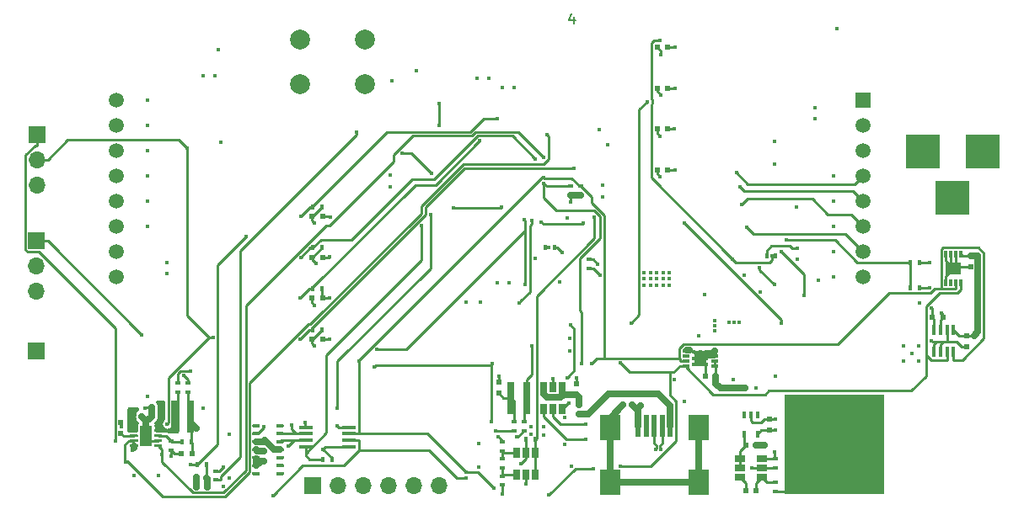
<source format=gbr>
G04 #@! TF.GenerationSoftware,KiCad,Pcbnew,(5.1.4)-1*
G04 #@! TF.CreationDate,2020-06-05T19:42:11-05:00*
G04 #@! TF.ProjectId,Pulse_Oximeter,50756c73-655f-44f7-9869-6d657465722e,rev?*
G04 #@! TF.SameCoordinates,Original*
G04 #@! TF.FileFunction,Copper,L4,Bot*
G04 #@! TF.FilePolarity,Positive*
%FSLAX46Y46*%
G04 Gerber Fmt 4.6, Leading zero omitted, Abs format (unit mm)*
G04 Created by KiCad (PCBNEW (5.1.4)-1) date 2020-06-05 19:42:11*
%MOMM*%
%LPD*%
G04 APERTURE LIST*
%ADD10C,0.200000*%
%ADD11R,0.600000X0.500000*%
%ADD12R,0.500000X0.600000*%
%ADD13R,3.500000X3.500000*%
%ADD14O,1.700000X1.700000*%
%ADD15R,1.700000X1.700000*%
%ADD16R,0.500000X2.300000*%
%ADD17R,2.000000X2.500000*%
%ADD18R,0.600000X0.400000*%
%ADD19R,0.400000X0.600000*%
%ADD20R,0.800000X3.200000*%
%ADD21C,2.000000*%
%ADD22R,10.000000X10.000000*%
%ADD23R,0.400000X1.060000*%
%ADD24R,0.300000X0.750000*%
%ADD25R,1.500000X1.300000*%
%ADD26R,0.750000X0.300000*%
%ADD27R,1.300000X1.500000*%
%ADD28C,0.100000*%
%ADD29C,0.250000*%
%ADD30R,1.200000X2.000000*%
%ADD31R,0.650000X1.060000*%
%ADD32R,1.450000X0.450000*%
%ADD33C,0.350000*%
%ADD34C,1.500000*%
%ADD35R,1.500000X1.500000*%
%ADD36R,0.400000X0.650000*%
%ADD37R,1.060000X0.650000*%
%ADD38C,0.431800*%
%ADD39C,0.299800*%
%ADD40C,0.635000*%
%ADD41C,0.254000*%
%ADD42C,0.250200*%
%ADD43C,0.350400*%
G04 APERTURE END LIST*
D10*
X160083476Y-65825714D02*
X160083476Y-66492380D01*
X159845380Y-65444761D02*
X159607285Y-66159047D01*
X160226333Y-66159047D01*
D11*
X197146000Y-96012000D03*
X196046000Y-96012000D03*
D12*
X199517000Y-98975000D03*
X199517000Y-97875000D03*
X199962000Y-89810500D03*
X199962000Y-90910500D03*
D11*
X174350000Y-101981000D03*
X173250000Y-101981000D03*
X116628000Y-105982000D03*
X115528000Y-105982000D03*
D12*
X114554000Y-106574000D03*
X114554000Y-107674000D03*
D11*
X117624000Y-105982000D03*
X118724000Y-105982000D03*
X118724000Y-105092000D03*
X117624000Y-105092000D03*
X121708000Y-109728000D03*
X120608000Y-109728000D03*
D12*
X152527000Y-102574000D03*
X152527000Y-103674000D03*
X160338000Y-103801000D03*
X160338000Y-102701000D03*
D11*
X122132000Y-113094000D03*
X123232000Y-113094000D03*
D12*
X179705000Y-106257000D03*
X179705000Y-107357000D03*
D11*
X177314000Y-113474000D03*
X178414000Y-113474000D03*
X177314000Y-108902000D03*
X178414000Y-108902000D03*
X168424000Y-68834000D03*
X169524000Y-68834000D03*
X168424000Y-81216500D03*
X169524000Y-81216500D03*
X169524000Y-77089000D03*
X168424000Y-77089000D03*
X168424000Y-72961500D03*
X169524000Y-72961500D03*
X134852000Y-85852000D03*
X133752000Y-85852000D03*
X134852000Y-89979500D03*
X133752000Y-89979500D03*
X133752000Y-94107000D03*
X134852000Y-94107000D03*
X134852000Y-98234500D03*
X133752000Y-98234500D03*
D13*
X195136000Y-79311500D03*
X201136000Y-79311500D03*
X198136000Y-84011500D03*
D14*
X146558000Y-112966000D03*
X144018000Y-112966000D03*
X141478000Y-112966000D03*
X138938000Y-112966000D03*
X136398000Y-112966000D03*
D15*
X133858000Y-112966000D03*
D16*
X169748000Y-106992000D03*
X168948000Y-106992000D03*
X168148000Y-106992000D03*
X167348000Y-106992000D03*
X166548000Y-106992000D03*
D17*
X172598000Y-107092000D03*
X172598000Y-112592000D03*
X163698000Y-107092000D03*
X163698000Y-112592000D03*
D14*
X106109000Y-82727000D03*
X106109000Y-80187000D03*
D15*
X106109000Y-77647000D03*
X106108000Y-88328500D03*
D14*
X106108000Y-90868500D03*
X106108000Y-93408500D03*
D18*
X160592000Y-104833000D03*
X160592000Y-105733000D03*
D19*
X165931000Y-104838000D03*
X165031000Y-104838000D03*
X194760000Y-90487500D03*
X193860000Y-90487500D03*
X194760000Y-93027500D03*
X193860000Y-93027500D03*
X180346000Y-89852500D03*
X179446000Y-89852500D03*
D18*
X120269000Y-103574000D03*
X120269000Y-102674000D03*
D20*
X119977000Y-106045000D03*
X121577000Y-106045000D03*
D18*
X121285000Y-102674000D03*
X121285000Y-103574000D03*
D19*
X120708000Y-108585000D03*
X121608000Y-108585000D03*
D18*
X119634000Y-108516000D03*
X119634000Y-109416000D03*
X161608000Y-90228000D03*
X161608000Y-91128000D03*
D19*
X158120000Y-89027000D03*
X157220000Y-89027000D03*
D18*
X159766000Y-83762000D03*
X159766000Y-82862000D03*
X160782000Y-82862000D03*
X160782000Y-83762000D03*
X152908000Y-112008000D03*
X152908000Y-112908000D03*
X152908000Y-111194000D03*
X152908000Y-110294000D03*
X152908000Y-108580000D03*
X152908000Y-109480000D03*
D19*
X156152000Y-108331000D03*
X155252000Y-108331000D03*
D18*
X154051000Y-107448000D03*
X154051000Y-106548000D03*
D20*
X155359000Y-104140000D03*
X153759000Y-104140000D03*
D18*
X155067000Y-106548000D03*
X155067000Y-107448000D03*
D19*
X123132000Y-110871000D03*
X122232000Y-110871000D03*
X134868000Y-110363000D03*
X135768000Y-110363000D03*
D18*
X124079000Y-111500000D03*
X124079000Y-112400000D03*
X180340000Y-112644000D03*
X180340000Y-113544000D03*
X180340000Y-110294000D03*
X180340000Y-111194000D03*
D19*
X133852000Y-84899500D03*
X134752000Y-84899500D03*
X134752000Y-89027000D03*
X133852000Y-89027000D03*
X133852000Y-93154500D03*
X134752000Y-93154500D03*
X134752000Y-97282000D03*
X133852000Y-97282000D03*
D21*
X132588000Y-72572000D03*
X132588000Y-68072000D03*
X139088000Y-72572000D03*
X139088000Y-68072000D03*
D22*
X186246000Y-108776000D03*
D15*
X106108000Y-99441000D03*
D23*
X196258000Y-99520500D03*
X196908000Y-99520500D03*
X197568000Y-99520500D03*
X198218000Y-99520500D03*
X198218000Y-97320500D03*
X197568000Y-97320500D03*
X196908000Y-97320500D03*
X196258000Y-97320500D03*
D24*
X198919000Y-92547000D03*
X198419000Y-92547000D03*
X197919000Y-92547000D03*
X197419000Y-92547000D03*
X197419000Y-89647000D03*
X197919000Y-89647000D03*
X198419000Y-89647000D03*
X198919000Y-89647000D03*
D25*
X198169000Y-91097000D03*
D26*
X171350000Y-100910000D03*
X171350000Y-100410000D03*
X171350000Y-99910000D03*
X171350000Y-99410000D03*
X174250000Y-99410000D03*
X174250000Y-99910000D03*
X174250000Y-100410000D03*
X174250000Y-100910000D03*
D27*
X172800000Y-100160000D03*
D28*
G36*
X118662626Y-106825301D02*
G01*
X118668693Y-106826201D01*
X118674643Y-106827691D01*
X118680418Y-106829758D01*
X118685962Y-106832380D01*
X118691223Y-106835533D01*
X118696150Y-106839187D01*
X118700694Y-106843306D01*
X118704813Y-106847850D01*
X118708467Y-106852777D01*
X118711620Y-106858038D01*
X118714242Y-106863582D01*
X118716309Y-106869357D01*
X118717799Y-106875307D01*
X118718699Y-106881374D01*
X118719000Y-106887500D01*
X118719000Y-107012500D01*
X118718699Y-107018626D01*
X118717799Y-107024693D01*
X118716309Y-107030643D01*
X118714242Y-107036418D01*
X118711620Y-107041962D01*
X118708467Y-107047223D01*
X118704813Y-107052150D01*
X118700694Y-107056694D01*
X118696150Y-107060813D01*
X118691223Y-107064467D01*
X118685962Y-107067620D01*
X118680418Y-107070242D01*
X118674643Y-107072309D01*
X118668693Y-107073799D01*
X118662626Y-107074699D01*
X118656500Y-107075000D01*
X117956500Y-107075000D01*
X117950374Y-107074699D01*
X117944307Y-107073799D01*
X117938357Y-107072309D01*
X117932582Y-107070242D01*
X117927038Y-107067620D01*
X117921777Y-107064467D01*
X117916850Y-107060813D01*
X117912306Y-107056694D01*
X117908187Y-107052150D01*
X117904533Y-107047223D01*
X117901380Y-107041962D01*
X117898758Y-107036418D01*
X117896691Y-107030643D01*
X117895201Y-107024693D01*
X117894301Y-107018626D01*
X117894000Y-107012500D01*
X117894000Y-106887500D01*
X117894301Y-106881374D01*
X117895201Y-106875307D01*
X117896691Y-106869357D01*
X117898758Y-106863582D01*
X117901380Y-106858038D01*
X117904533Y-106852777D01*
X117908187Y-106847850D01*
X117912306Y-106843306D01*
X117916850Y-106839187D01*
X117921777Y-106835533D01*
X117927038Y-106832380D01*
X117932582Y-106829758D01*
X117938357Y-106827691D01*
X117944307Y-106826201D01*
X117950374Y-106825301D01*
X117956500Y-106825000D01*
X118656500Y-106825000D01*
X118662626Y-106825301D01*
X118662626Y-106825301D01*
G37*
D29*
X118306500Y-106950000D03*
D28*
G36*
X118662626Y-107325301D02*
G01*
X118668693Y-107326201D01*
X118674643Y-107327691D01*
X118680418Y-107329758D01*
X118685962Y-107332380D01*
X118691223Y-107335533D01*
X118696150Y-107339187D01*
X118700694Y-107343306D01*
X118704813Y-107347850D01*
X118708467Y-107352777D01*
X118711620Y-107358038D01*
X118714242Y-107363582D01*
X118716309Y-107369357D01*
X118717799Y-107375307D01*
X118718699Y-107381374D01*
X118719000Y-107387500D01*
X118719000Y-107512500D01*
X118718699Y-107518626D01*
X118717799Y-107524693D01*
X118716309Y-107530643D01*
X118714242Y-107536418D01*
X118711620Y-107541962D01*
X118708467Y-107547223D01*
X118704813Y-107552150D01*
X118700694Y-107556694D01*
X118696150Y-107560813D01*
X118691223Y-107564467D01*
X118685962Y-107567620D01*
X118680418Y-107570242D01*
X118674643Y-107572309D01*
X118668693Y-107573799D01*
X118662626Y-107574699D01*
X118656500Y-107575000D01*
X117956500Y-107575000D01*
X117950374Y-107574699D01*
X117944307Y-107573799D01*
X117938357Y-107572309D01*
X117932582Y-107570242D01*
X117927038Y-107567620D01*
X117921777Y-107564467D01*
X117916850Y-107560813D01*
X117912306Y-107556694D01*
X117908187Y-107552150D01*
X117904533Y-107547223D01*
X117901380Y-107541962D01*
X117898758Y-107536418D01*
X117896691Y-107530643D01*
X117895201Y-107524693D01*
X117894301Y-107518626D01*
X117894000Y-107512500D01*
X117894000Y-107387500D01*
X117894301Y-107381374D01*
X117895201Y-107375307D01*
X117896691Y-107369357D01*
X117898758Y-107363582D01*
X117901380Y-107358038D01*
X117904533Y-107352777D01*
X117908187Y-107347850D01*
X117912306Y-107343306D01*
X117916850Y-107339187D01*
X117921777Y-107335533D01*
X117927038Y-107332380D01*
X117932582Y-107329758D01*
X117938357Y-107327691D01*
X117944307Y-107326201D01*
X117950374Y-107325301D01*
X117956500Y-107325000D01*
X118656500Y-107325000D01*
X118662626Y-107325301D01*
X118662626Y-107325301D01*
G37*
D29*
X118306500Y-107450000D03*
D28*
G36*
X118662626Y-107825301D02*
G01*
X118668693Y-107826201D01*
X118674643Y-107827691D01*
X118680418Y-107829758D01*
X118685962Y-107832380D01*
X118691223Y-107835533D01*
X118696150Y-107839187D01*
X118700694Y-107843306D01*
X118704813Y-107847850D01*
X118708467Y-107852777D01*
X118711620Y-107858038D01*
X118714242Y-107863582D01*
X118716309Y-107869357D01*
X118717799Y-107875307D01*
X118718699Y-107881374D01*
X118719000Y-107887500D01*
X118719000Y-108012500D01*
X118718699Y-108018626D01*
X118717799Y-108024693D01*
X118716309Y-108030643D01*
X118714242Y-108036418D01*
X118711620Y-108041962D01*
X118708467Y-108047223D01*
X118704813Y-108052150D01*
X118700694Y-108056694D01*
X118696150Y-108060813D01*
X118691223Y-108064467D01*
X118685962Y-108067620D01*
X118680418Y-108070242D01*
X118674643Y-108072309D01*
X118668693Y-108073799D01*
X118662626Y-108074699D01*
X118656500Y-108075000D01*
X117956500Y-108075000D01*
X117950374Y-108074699D01*
X117944307Y-108073799D01*
X117938357Y-108072309D01*
X117932582Y-108070242D01*
X117927038Y-108067620D01*
X117921777Y-108064467D01*
X117916850Y-108060813D01*
X117912306Y-108056694D01*
X117908187Y-108052150D01*
X117904533Y-108047223D01*
X117901380Y-108041962D01*
X117898758Y-108036418D01*
X117896691Y-108030643D01*
X117895201Y-108024693D01*
X117894301Y-108018626D01*
X117894000Y-108012500D01*
X117894000Y-107887500D01*
X117894301Y-107881374D01*
X117895201Y-107875307D01*
X117896691Y-107869357D01*
X117898758Y-107863582D01*
X117901380Y-107858038D01*
X117904533Y-107852777D01*
X117908187Y-107847850D01*
X117912306Y-107843306D01*
X117916850Y-107839187D01*
X117921777Y-107835533D01*
X117927038Y-107832380D01*
X117932582Y-107829758D01*
X117938357Y-107827691D01*
X117944307Y-107826201D01*
X117950374Y-107825301D01*
X117956500Y-107825000D01*
X118656500Y-107825000D01*
X118662626Y-107825301D01*
X118662626Y-107825301D01*
G37*
D29*
X118306500Y-107950000D03*
D28*
G36*
X118662626Y-108325301D02*
G01*
X118668693Y-108326201D01*
X118674643Y-108327691D01*
X118680418Y-108329758D01*
X118685962Y-108332380D01*
X118691223Y-108335533D01*
X118696150Y-108339187D01*
X118700694Y-108343306D01*
X118704813Y-108347850D01*
X118708467Y-108352777D01*
X118711620Y-108358038D01*
X118714242Y-108363582D01*
X118716309Y-108369357D01*
X118717799Y-108375307D01*
X118718699Y-108381374D01*
X118719000Y-108387500D01*
X118719000Y-108512500D01*
X118718699Y-108518626D01*
X118717799Y-108524693D01*
X118716309Y-108530643D01*
X118714242Y-108536418D01*
X118711620Y-108541962D01*
X118708467Y-108547223D01*
X118704813Y-108552150D01*
X118700694Y-108556694D01*
X118696150Y-108560813D01*
X118691223Y-108564467D01*
X118685962Y-108567620D01*
X118680418Y-108570242D01*
X118674643Y-108572309D01*
X118668693Y-108573799D01*
X118662626Y-108574699D01*
X118656500Y-108575000D01*
X117956500Y-108575000D01*
X117950374Y-108574699D01*
X117944307Y-108573799D01*
X117938357Y-108572309D01*
X117932582Y-108570242D01*
X117927038Y-108567620D01*
X117921777Y-108564467D01*
X117916850Y-108560813D01*
X117912306Y-108556694D01*
X117908187Y-108552150D01*
X117904533Y-108547223D01*
X117901380Y-108541962D01*
X117898758Y-108536418D01*
X117896691Y-108530643D01*
X117895201Y-108524693D01*
X117894301Y-108518626D01*
X117894000Y-108512500D01*
X117894000Y-108387500D01*
X117894301Y-108381374D01*
X117895201Y-108375307D01*
X117896691Y-108369357D01*
X117898758Y-108363582D01*
X117901380Y-108358038D01*
X117904533Y-108352777D01*
X117908187Y-108347850D01*
X117912306Y-108343306D01*
X117916850Y-108339187D01*
X117921777Y-108335533D01*
X117927038Y-108332380D01*
X117932582Y-108329758D01*
X117938357Y-108327691D01*
X117944307Y-108326201D01*
X117950374Y-108325301D01*
X117956500Y-108325000D01*
X118656500Y-108325000D01*
X118662626Y-108325301D01*
X118662626Y-108325301D01*
G37*
D29*
X118306500Y-108450000D03*
D28*
G36*
X118662626Y-108825301D02*
G01*
X118668693Y-108826201D01*
X118674643Y-108827691D01*
X118680418Y-108829758D01*
X118685962Y-108832380D01*
X118691223Y-108835533D01*
X118696150Y-108839187D01*
X118700694Y-108843306D01*
X118704813Y-108847850D01*
X118708467Y-108852777D01*
X118711620Y-108858038D01*
X118714242Y-108863582D01*
X118716309Y-108869357D01*
X118717799Y-108875307D01*
X118718699Y-108881374D01*
X118719000Y-108887500D01*
X118719000Y-109012500D01*
X118718699Y-109018626D01*
X118717799Y-109024693D01*
X118716309Y-109030643D01*
X118714242Y-109036418D01*
X118711620Y-109041962D01*
X118708467Y-109047223D01*
X118704813Y-109052150D01*
X118700694Y-109056694D01*
X118696150Y-109060813D01*
X118691223Y-109064467D01*
X118685962Y-109067620D01*
X118680418Y-109070242D01*
X118674643Y-109072309D01*
X118668693Y-109073799D01*
X118662626Y-109074699D01*
X118656500Y-109075000D01*
X117956500Y-109075000D01*
X117950374Y-109074699D01*
X117944307Y-109073799D01*
X117938357Y-109072309D01*
X117932582Y-109070242D01*
X117927038Y-109067620D01*
X117921777Y-109064467D01*
X117916850Y-109060813D01*
X117912306Y-109056694D01*
X117908187Y-109052150D01*
X117904533Y-109047223D01*
X117901380Y-109041962D01*
X117898758Y-109036418D01*
X117896691Y-109030643D01*
X117895201Y-109024693D01*
X117894301Y-109018626D01*
X117894000Y-109012500D01*
X117894000Y-108887500D01*
X117894301Y-108881374D01*
X117895201Y-108875307D01*
X117896691Y-108869357D01*
X117898758Y-108863582D01*
X117901380Y-108858038D01*
X117904533Y-108852777D01*
X117908187Y-108847850D01*
X117912306Y-108843306D01*
X117916850Y-108839187D01*
X117921777Y-108835533D01*
X117927038Y-108832380D01*
X117932582Y-108829758D01*
X117938357Y-108827691D01*
X117944307Y-108826201D01*
X117950374Y-108825301D01*
X117956500Y-108825000D01*
X118656500Y-108825000D01*
X118662626Y-108825301D01*
X118662626Y-108825301D01*
G37*
D29*
X118306500Y-108950000D03*
D28*
G36*
X116237626Y-108825301D02*
G01*
X116243693Y-108826201D01*
X116249643Y-108827691D01*
X116255418Y-108829758D01*
X116260962Y-108832380D01*
X116266223Y-108835533D01*
X116271150Y-108839187D01*
X116275694Y-108843306D01*
X116279813Y-108847850D01*
X116283467Y-108852777D01*
X116286620Y-108858038D01*
X116289242Y-108863582D01*
X116291309Y-108869357D01*
X116292799Y-108875307D01*
X116293699Y-108881374D01*
X116294000Y-108887500D01*
X116294000Y-109012500D01*
X116293699Y-109018626D01*
X116292799Y-109024693D01*
X116291309Y-109030643D01*
X116289242Y-109036418D01*
X116286620Y-109041962D01*
X116283467Y-109047223D01*
X116279813Y-109052150D01*
X116275694Y-109056694D01*
X116271150Y-109060813D01*
X116266223Y-109064467D01*
X116260962Y-109067620D01*
X116255418Y-109070242D01*
X116249643Y-109072309D01*
X116243693Y-109073799D01*
X116237626Y-109074699D01*
X116231500Y-109075000D01*
X115531500Y-109075000D01*
X115525374Y-109074699D01*
X115519307Y-109073799D01*
X115513357Y-109072309D01*
X115507582Y-109070242D01*
X115502038Y-109067620D01*
X115496777Y-109064467D01*
X115491850Y-109060813D01*
X115487306Y-109056694D01*
X115483187Y-109052150D01*
X115479533Y-109047223D01*
X115476380Y-109041962D01*
X115473758Y-109036418D01*
X115471691Y-109030643D01*
X115470201Y-109024693D01*
X115469301Y-109018626D01*
X115469000Y-109012500D01*
X115469000Y-108887500D01*
X115469301Y-108881374D01*
X115470201Y-108875307D01*
X115471691Y-108869357D01*
X115473758Y-108863582D01*
X115476380Y-108858038D01*
X115479533Y-108852777D01*
X115483187Y-108847850D01*
X115487306Y-108843306D01*
X115491850Y-108839187D01*
X115496777Y-108835533D01*
X115502038Y-108832380D01*
X115507582Y-108829758D01*
X115513357Y-108827691D01*
X115519307Y-108826201D01*
X115525374Y-108825301D01*
X115531500Y-108825000D01*
X116231500Y-108825000D01*
X116237626Y-108825301D01*
X116237626Y-108825301D01*
G37*
D29*
X115881500Y-108950000D03*
D28*
G36*
X116237626Y-108325301D02*
G01*
X116243693Y-108326201D01*
X116249643Y-108327691D01*
X116255418Y-108329758D01*
X116260962Y-108332380D01*
X116266223Y-108335533D01*
X116271150Y-108339187D01*
X116275694Y-108343306D01*
X116279813Y-108347850D01*
X116283467Y-108352777D01*
X116286620Y-108358038D01*
X116289242Y-108363582D01*
X116291309Y-108369357D01*
X116292799Y-108375307D01*
X116293699Y-108381374D01*
X116294000Y-108387500D01*
X116294000Y-108512500D01*
X116293699Y-108518626D01*
X116292799Y-108524693D01*
X116291309Y-108530643D01*
X116289242Y-108536418D01*
X116286620Y-108541962D01*
X116283467Y-108547223D01*
X116279813Y-108552150D01*
X116275694Y-108556694D01*
X116271150Y-108560813D01*
X116266223Y-108564467D01*
X116260962Y-108567620D01*
X116255418Y-108570242D01*
X116249643Y-108572309D01*
X116243693Y-108573799D01*
X116237626Y-108574699D01*
X116231500Y-108575000D01*
X115531500Y-108575000D01*
X115525374Y-108574699D01*
X115519307Y-108573799D01*
X115513357Y-108572309D01*
X115507582Y-108570242D01*
X115502038Y-108567620D01*
X115496777Y-108564467D01*
X115491850Y-108560813D01*
X115487306Y-108556694D01*
X115483187Y-108552150D01*
X115479533Y-108547223D01*
X115476380Y-108541962D01*
X115473758Y-108536418D01*
X115471691Y-108530643D01*
X115470201Y-108524693D01*
X115469301Y-108518626D01*
X115469000Y-108512500D01*
X115469000Y-108387500D01*
X115469301Y-108381374D01*
X115470201Y-108375307D01*
X115471691Y-108369357D01*
X115473758Y-108363582D01*
X115476380Y-108358038D01*
X115479533Y-108352777D01*
X115483187Y-108347850D01*
X115487306Y-108343306D01*
X115491850Y-108339187D01*
X115496777Y-108335533D01*
X115502038Y-108332380D01*
X115507582Y-108329758D01*
X115513357Y-108327691D01*
X115519307Y-108326201D01*
X115525374Y-108325301D01*
X115531500Y-108325000D01*
X116231500Y-108325000D01*
X116237626Y-108325301D01*
X116237626Y-108325301D01*
G37*
D29*
X115881500Y-108450000D03*
D28*
G36*
X116237626Y-107825301D02*
G01*
X116243693Y-107826201D01*
X116249643Y-107827691D01*
X116255418Y-107829758D01*
X116260962Y-107832380D01*
X116266223Y-107835533D01*
X116271150Y-107839187D01*
X116275694Y-107843306D01*
X116279813Y-107847850D01*
X116283467Y-107852777D01*
X116286620Y-107858038D01*
X116289242Y-107863582D01*
X116291309Y-107869357D01*
X116292799Y-107875307D01*
X116293699Y-107881374D01*
X116294000Y-107887500D01*
X116294000Y-108012500D01*
X116293699Y-108018626D01*
X116292799Y-108024693D01*
X116291309Y-108030643D01*
X116289242Y-108036418D01*
X116286620Y-108041962D01*
X116283467Y-108047223D01*
X116279813Y-108052150D01*
X116275694Y-108056694D01*
X116271150Y-108060813D01*
X116266223Y-108064467D01*
X116260962Y-108067620D01*
X116255418Y-108070242D01*
X116249643Y-108072309D01*
X116243693Y-108073799D01*
X116237626Y-108074699D01*
X116231500Y-108075000D01*
X115531500Y-108075000D01*
X115525374Y-108074699D01*
X115519307Y-108073799D01*
X115513357Y-108072309D01*
X115507582Y-108070242D01*
X115502038Y-108067620D01*
X115496777Y-108064467D01*
X115491850Y-108060813D01*
X115487306Y-108056694D01*
X115483187Y-108052150D01*
X115479533Y-108047223D01*
X115476380Y-108041962D01*
X115473758Y-108036418D01*
X115471691Y-108030643D01*
X115470201Y-108024693D01*
X115469301Y-108018626D01*
X115469000Y-108012500D01*
X115469000Y-107887500D01*
X115469301Y-107881374D01*
X115470201Y-107875307D01*
X115471691Y-107869357D01*
X115473758Y-107863582D01*
X115476380Y-107858038D01*
X115479533Y-107852777D01*
X115483187Y-107847850D01*
X115487306Y-107843306D01*
X115491850Y-107839187D01*
X115496777Y-107835533D01*
X115502038Y-107832380D01*
X115507582Y-107829758D01*
X115513357Y-107827691D01*
X115519307Y-107826201D01*
X115525374Y-107825301D01*
X115531500Y-107825000D01*
X116231500Y-107825000D01*
X116237626Y-107825301D01*
X116237626Y-107825301D01*
G37*
D29*
X115881500Y-107950000D03*
D28*
G36*
X116237626Y-107325301D02*
G01*
X116243693Y-107326201D01*
X116249643Y-107327691D01*
X116255418Y-107329758D01*
X116260962Y-107332380D01*
X116266223Y-107335533D01*
X116271150Y-107339187D01*
X116275694Y-107343306D01*
X116279813Y-107347850D01*
X116283467Y-107352777D01*
X116286620Y-107358038D01*
X116289242Y-107363582D01*
X116291309Y-107369357D01*
X116292799Y-107375307D01*
X116293699Y-107381374D01*
X116294000Y-107387500D01*
X116294000Y-107512500D01*
X116293699Y-107518626D01*
X116292799Y-107524693D01*
X116291309Y-107530643D01*
X116289242Y-107536418D01*
X116286620Y-107541962D01*
X116283467Y-107547223D01*
X116279813Y-107552150D01*
X116275694Y-107556694D01*
X116271150Y-107560813D01*
X116266223Y-107564467D01*
X116260962Y-107567620D01*
X116255418Y-107570242D01*
X116249643Y-107572309D01*
X116243693Y-107573799D01*
X116237626Y-107574699D01*
X116231500Y-107575000D01*
X115531500Y-107575000D01*
X115525374Y-107574699D01*
X115519307Y-107573799D01*
X115513357Y-107572309D01*
X115507582Y-107570242D01*
X115502038Y-107567620D01*
X115496777Y-107564467D01*
X115491850Y-107560813D01*
X115487306Y-107556694D01*
X115483187Y-107552150D01*
X115479533Y-107547223D01*
X115476380Y-107541962D01*
X115473758Y-107536418D01*
X115471691Y-107530643D01*
X115470201Y-107524693D01*
X115469301Y-107518626D01*
X115469000Y-107512500D01*
X115469000Y-107387500D01*
X115469301Y-107381374D01*
X115470201Y-107375307D01*
X115471691Y-107369357D01*
X115473758Y-107363582D01*
X115476380Y-107358038D01*
X115479533Y-107352777D01*
X115483187Y-107347850D01*
X115487306Y-107343306D01*
X115491850Y-107339187D01*
X115496777Y-107335533D01*
X115502038Y-107332380D01*
X115507582Y-107329758D01*
X115513357Y-107327691D01*
X115519307Y-107326201D01*
X115525374Y-107325301D01*
X115531500Y-107325000D01*
X116231500Y-107325000D01*
X116237626Y-107325301D01*
X116237626Y-107325301D01*
G37*
D29*
X115881500Y-107450000D03*
D28*
G36*
X116237626Y-106825301D02*
G01*
X116243693Y-106826201D01*
X116249643Y-106827691D01*
X116255418Y-106829758D01*
X116260962Y-106832380D01*
X116266223Y-106835533D01*
X116271150Y-106839187D01*
X116275694Y-106843306D01*
X116279813Y-106847850D01*
X116283467Y-106852777D01*
X116286620Y-106858038D01*
X116289242Y-106863582D01*
X116291309Y-106869357D01*
X116292799Y-106875307D01*
X116293699Y-106881374D01*
X116294000Y-106887500D01*
X116294000Y-107012500D01*
X116293699Y-107018626D01*
X116292799Y-107024693D01*
X116291309Y-107030643D01*
X116289242Y-107036418D01*
X116286620Y-107041962D01*
X116283467Y-107047223D01*
X116279813Y-107052150D01*
X116275694Y-107056694D01*
X116271150Y-107060813D01*
X116266223Y-107064467D01*
X116260962Y-107067620D01*
X116255418Y-107070242D01*
X116249643Y-107072309D01*
X116243693Y-107073799D01*
X116237626Y-107074699D01*
X116231500Y-107075000D01*
X115531500Y-107075000D01*
X115525374Y-107074699D01*
X115519307Y-107073799D01*
X115513357Y-107072309D01*
X115507582Y-107070242D01*
X115502038Y-107067620D01*
X115496777Y-107064467D01*
X115491850Y-107060813D01*
X115487306Y-107056694D01*
X115483187Y-107052150D01*
X115479533Y-107047223D01*
X115476380Y-107041962D01*
X115473758Y-107036418D01*
X115471691Y-107030643D01*
X115470201Y-107024693D01*
X115469301Y-107018626D01*
X115469000Y-107012500D01*
X115469000Y-106887500D01*
X115469301Y-106881374D01*
X115470201Y-106875307D01*
X115471691Y-106869357D01*
X115473758Y-106863582D01*
X115476380Y-106858038D01*
X115479533Y-106852777D01*
X115483187Y-106847850D01*
X115487306Y-106843306D01*
X115491850Y-106839187D01*
X115496777Y-106835533D01*
X115502038Y-106832380D01*
X115507582Y-106829758D01*
X115513357Y-106827691D01*
X115519307Y-106826201D01*
X115525374Y-106825301D01*
X115531500Y-106825000D01*
X116231500Y-106825000D01*
X116237626Y-106825301D01*
X116237626Y-106825301D01*
G37*
D29*
X115881500Y-106950000D03*
D30*
X117094000Y-107950000D03*
D31*
X155258000Y-109644000D03*
X156208000Y-109644000D03*
X154308000Y-109644000D03*
X154308000Y-111844000D03*
X155258000Y-111844000D03*
X156208000Y-111844000D03*
X157988000Y-105240000D03*
X157038000Y-105240000D03*
X158938000Y-105240000D03*
X158938000Y-103040000D03*
X157988000Y-103040000D03*
X157038000Y-103040000D03*
D32*
X137518000Y-107102000D03*
X137518000Y-107752000D03*
X137518000Y-108402000D03*
X137518000Y-109052000D03*
X133118000Y-109052000D03*
X133118000Y-108402000D03*
X133118000Y-107752000D03*
X133118000Y-107102000D03*
D28*
G36*
X130846076Y-106772421D02*
G01*
X130854570Y-106773681D01*
X130862900Y-106775768D01*
X130870985Y-106778661D01*
X130878747Y-106782332D01*
X130886112Y-106786746D01*
X130893009Y-106791862D01*
X130899372Y-106797628D01*
X130905138Y-106803991D01*
X130910254Y-106810888D01*
X130914668Y-106818253D01*
X130918339Y-106826015D01*
X130921232Y-106834100D01*
X130923319Y-106842430D01*
X130924579Y-106850924D01*
X130925000Y-106859500D01*
X130925000Y-107034500D01*
X130924579Y-107043076D01*
X130923319Y-107051570D01*
X130921232Y-107059900D01*
X130918339Y-107067985D01*
X130914668Y-107075747D01*
X130910254Y-107083112D01*
X130905138Y-107090009D01*
X130899372Y-107096372D01*
X130893009Y-107102138D01*
X130886112Y-107107254D01*
X130878747Y-107111668D01*
X130870985Y-107115339D01*
X130862900Y-107118232D01*
X130854570Y-107120319D01*
X130846076Y-107121579D01*
X130837500Y-107122000D01*
X130262500Y-107122000D01*
X130253924Y-107121579D01*
X130245430Y-107120319D01*
X130237100Y-107118232D01*
X130229015Y-107115339D01*
X130221253Y-107111668D01*
X130213888Y-107107254D01*
X130206991Y-107102138D01*
X130200628Y-107096372D01*
X130194862Y-107090009D01*
X130189746Y-107083112D01*
X130185332Y-107075747D01*
X130181661Y-107067985D01*
X130178768Y-107059900D01*
X130176681Y-107051570D01*
X130175421Y-107043076D01*
X130175000Y-107034500D01*
X130175000Y-106859500D01*
X130175421Y-106850924D01*
X130176681Y-106842430D01*
X130178768Y-106834100D01*
X130181661Y-106826015D01*
X130185332Y-106818253D01*
X130189746Y-106810888D01*
X130194862Y-106803991D01*
X130200628Y-106797628D01*
X130206991Y-106791862D01*
X130213888Y-106786746D01*
X130221253Y-106782332D01*
X130229015Y-106778661D01*
X130237100Y-106775768D01*
X130245430Y-106773681D01*
X130253924Y-106772421D01*
X130262500Y-106772000D01*
X130837500Y-106772000D01*
X130846076Y-106772421D01*
X130846076Y-106772421D01*
G37*
D33*
X130550000Y-106947000D03*
D28*
G36*
X130846076Y-107572421D02*
G01*
X130854570Y-107573681D01*
X130862900Y-107575768D01*
X130870985Y-107578661D01*
X130878747Y-107582332D01*
X130886112Y-107586746D01*
X130893009Y-107591862D01*
X130899372Y-107597628D01*
X130905138Y-107603991D01*
X130910254Y-107610888D01*
X130914668Y-107618253D01*
X130918339Y-107626015D01*
X130921232Y-107634100D01*
X130923319Y-107642430D01*
X130924579Y-107650924D01*
X130925000Y-107659500D01*
X130925000Y-107834500D01*
X130924579Y-107843076D01*
X130923319Y-107851570D01*
X130921232Y-107859900D01*
X130918339Y-107867985D01*
X130914668Y-107875747D01*
X130910254Y-107883112D01*
X130905138Y-107890009D01*
X130899372Y-107896372D01*
X130893009Y-107902138D01*
X130886112Y-107907254D01*
X130878747Y-107911668D01*
X130870985Y-107915339D01*
X130862900Y-107918232D01*
X130854570Y-107920319D01*
X130846076Y-107921579D01*
X130837500Y-107922000D01*
X130262500Y-107922000D01*
X130253924Y-107921579D01*
X130245430Y-107920319D01*
X130237100Y-107918232D01*
X130229015Y-107915339D01*
X130221253Y-107911668D01*
X130213888Y-107907254D01*
X130206991Y-107902138D01*
X130200628Y-107896372D01*
X130194862Y-107890009D01*
X130189746Y-107883112D01*
X130185332Y-107875747D01*
X130181661Y-107867985D01*
X130178768Y-107859900D01*
X130176681Y-107851570D01*
X130175421Y-107843076D01*
X130175000Y-107834500D01*
X130175000Y-107659500D01*
X130175421Y-107650924D01*
X130176681Y-107642430D01*
X130178768Y-107634100D01*
X130181661Y-107626015D01*
X130185332Y-107618253D01*
X130189746Y-107610888D01*
X130194862Y-107603991D01*
X130200628Y-107597628D01*
X130206991Y-107591862D01*
X130213888Y-107586746D01*
X130221253Y-107582332D01*
X130229015Y-107578661D01*
X130237100Y-107575768D01*
X130245430Y-107573681D01*
X130253924Y-107572421D01*
X130262500Y-107572000D01*
X130837500Y-107572000D01*
X130846076Y-107572421D01*
X130846076Y-107572421D01*
G37*
D33*
X130550000Y-107747000D03*
D28*
G36*
X130846076Y-108372421D02*
G01*
X130854570Y-108373681D01*
X130862900Y-108375768D01*
X130870985Y-108378661D01*
X130878747Y-108382332D01*
X130886112Y-108386746D01*
X130893009Y-108391862D01*
X130899372Y-108397628D01*
X130905138Y-108403991D01*
X130910254Y-108410888D01*
X130914668Y-108418253D01*
X130918339Y-108426015D01*
X130921232Y-108434100D01*
X130923319Y-108442430D01*
X130924579Y-108450924D01*
X130925000Y-108459500D01*
X130925000Y-108634500D01*
X130924579Y-108643076D01*
X130923319Y-108651570D01*
X130921232Y-108659900D01*
X130918339Y-108667985D01*
X130914668Y-108675747D01*
X130910254Y-108683112D01*
X130905138Y-108690009D01*
X130899372Y-108696372D01*
X130893009Y-108702138D01*
X130886112Y-108707254D01*
X130878747Y-108711668D01*
X130870985Y-108715339D01*
X130862900Y-108718232D01*
X130854570Y-108720319D01*
X130846076Y-108721579D01*
X130837500Y-108722000D01*
X130262500Y-108722000D01*
X130253924Y-108721579D01*
X130245430Y-108720319D01*
X130237100Y-108718232D01*
X130229015Y-108715339D01*
X130221253Y-108711668D01*
X130213888Y-108707254D01*
X130206991Y-108702138D01*
X130200628Y-108696372D01*
X130194862Y-108690009D01*
X130189746Y-108683112D01*
X130185332Y-108675747D01*
X130181661Y-108667985D01*
X130178768Y-108659900D01*
X130176681Y-108651570D01*
X130175421Y-108643076D01*
X130175000Y-108634500D01*
X130175000Y-108459500D01*
X130175421Y-108450924D01*
X130176681Y-108442430D01*
X130178768Y-108434100D01*
X130181661Y-108426015D01*
X130185332Y-108418253D01*
X130189746Y-108410888D01*
X130194862Y-108403991D01*
X130200628Y-108397628D01*
X130206991Y-108391862D01*
X130213888Y-108386746D01*
X130221253Y-108382332D01*
X130229015Y-108378661D01*
X130237100Y-108375768D01*
X130245430Y-108373681D01*
X130253924Y-108372421D01*
X130262500Y-108372000D01*
X130837500Y-108372000D01*
X130846076Y-108372421D01*
X130846076Y-108372421D01*
G37*
D33*
X130550000Y-108547000D03*
D28*
G36*
X130846076Y-109172421D02*
G01*
X130854570Y-109173681D01*
X130862900Y-109175768D01*
X130870985Y-109178661D01*
X130878747Y-109182332D01*
X130886112Y-109186746D01*
X130893009Y-109191862D01*
X130899372Y-109197628D01*
X130905138Y-109203991D01*
X130910254Y-109210888D01*
X130914668Y-109218253D01*
X130918339Y-109226015D01*
X130921232Y-109234100D01*
X130923319Y-109242430D01*
X130924579Y-109250924D01*
X130925000Y-109259500D01*
X130925000Y-109434500D01*
X130924579Y-109443076D01*
X130923319Y-109451570D01*
X130921232Y-109459900D01*
X130918339Y-109467985D01*
X130914668Y-109475747D01*
X130910254Y-109483112D01*
X130905138Y-109490009D01*
X130899372Y-109496372D01*
X130893009Y-109502138D01*
X130886112Y-109507254D01*
X130878747Y-109511668D01*
X130870985Y-109515339D01*
X130862900Y-109518232D01*
X130854570Y-109520319D01*
X130846076Y-109521579D01*
X130837500Y-109522000D01*
X130262500Y-109522000D01*
X130253924Y-109521579D01*
X130245430Y-109520319D01*
X130237100Y-109518232D01*
X130229015Y-109515339D01*
X130221253Y-109511668D01*
X130213888Y-109507254D01*
X130206991Y-109502138D01*
X130200628Y-109496372D01*
X130194862Y-109490009D01*
X130189746Y-109483112D01*
X130185332Y-109475747D01*
X130181661Y-109467985D01*
X130178768Y-109459900D01*
X130176681Y-109451570D01*
X130175421Y-109443076D01*
X130175000Y-109434500D01*
X130175000Y-109259500D01*
X130175421Y-109250924D01*
X130176681Y-109242430D01*
X130178768Y-109234100D01*
X130181661Y-109226015D01*
X130185332Y-109218253D01*
X130189746Y-109210888D01*
X130194862Y-109203991D01*
X130200628Y-109197628D01*
X130206991Y-109191862D01*
X130213888Y-109186746D01*
X130221253Y-109182332D01*
X130229015Y-109178661D01*
X130237100Y-109175768D01*
X130245430Y-109173681D01*
X130253924Y-109172421D01*
X130262500Y-109172000D01*
X130837500Y-109172000D01*
X130846076Y-109172421D01*
X130846076Y-109172421D01*
G37*
D33*
X130550000Y-109347000D03*
D28*
G36*
X130846076Y-109972421D02*
G01*
X130854570Y-109973681D01*
X130862900Y-109975768D01*
X130870985Y-109978661D01*
X130878747Y-109982332D01*
X130886112Y-109986746D01*
X130893009Y-109991862D01*
X130899372Y-109997628D01*
X130905138Y-110003991D01*
X130910254Y-110010888D01*
X130914668Y-110018253D01*
X130918339Y-110026015D01*
X130921232Y-110034100D01*
X130923319Y-110042430D01*
X130924579Y-110050924D01*
X130925000Y-110059500D01*
X130925000Y-110234500D01*
X130924579Y-110243076D01*
X130923319Y-110251570D01*
X130921232Y-110259900D01*
X130918339Y-110267985D01*
X130914668Y-110275747D01*
X130910254Y-110283112D01*
X130905138Y-110290009D01*
X130899372Y-110296372D01*
X130893009Y-110302138D01*
X130886112Y-110307254D01*
X130878747Y-110311668D01*
X130870985Y-110315339D01*
X130862900Y-110318232D01*
X130854570Y-110320319D01*
X130846076Y-110321579D01*
X130837500Y-110322000D01*
X130262500Y-110322000D01*
X130253924Y-110321579D01*
X130245430Y-110320319D01*
X130237100Y-110318232D01*
X130229015Y-110315339D01*
X130221253Y-110311668D01*
X130213888Y-110307254D01*
X130206991Y-110302138D01*
X130200628Y-110296372D01*
X130194862Y-110290009D01*
X130189746Y-110283112D01*
X130185332Y-110275747D01*
X130181661Y-110267985D01*
X130178768Y-110259900D01*
X130176681Y-110251570D01*
X130175421Y-110243076D01*
X130175000Y-110234500D01*
X130175000Y-110059500D01*
X130175421Y-110050924D01*
X130176681Y-110042430D01*
X130178768Y-110034100D01*
X130181661Y-110026015D01*
X130185332Y-110018253D01*
X130189746Y-110010888D01*
X130194862Y-110003991D01*
X130200628Y-109997628D01*
X130206991Y-109991862D01*
X130213888Y-109986746D01*
X130221253Y-109982332D01*
X130229015Y-109978661D01*
X130237100Y-109975768D01*
X130245430Y-109973681D01*
X130253924Y-109972421D01*
X130262500Y-109972000D01*
X130837500Y-109972000D01*
X130846076Y-109972421D01*
X130846076Y-109972421D01*
G37*
D33*
X130550000Y-110147000D03*
D28*
G36*
X130846076Y-110772421D02*
G01*
X130854570Y-110773681D01*
X130862900Y-110775768D01*
X130870985Y-110778661D01*
X130878747Y-110782332D01*
X130886112Y-110786746D01*
X130893009Y-110791862D01*
X130899372Y-110797628D01*
X130905138Y-110803991D01*
X130910254Y-110810888D01*
X130914668Y-110818253D01*
X130918339Y-110826015D01*
X130921232Y-110834100D01*
X130923319Y-110842430D01*
X130924579Y-110850924D01*
X130925000Y-110859500D01*
X130925000Y-111034500D01*
X130924579Y-111043076D01*
X130923319Y-111051570D01*
X130921232Y-111059900D01*
X130918339Y-111067985D01*
X130914668Y-111075747D01*
X130910254Y-111083112D01*
X130905138Y-111090009D01*
X130899372Y-111096372D01*
X130893009Y-111102138D01*
X130886112Y-111107254D01*
X130878747Y-111111668D01*
X130870985Y-111115339D01*
X130862900Y-111118232D01*
X130854570Y-111120319D01*
X130846076Y-111121579D01*
X130837500Y-111122000D01*
X130262500Y-111122000D01*
X130253924Y-111121579D01*
X130245430Y-111120319D01*
X130237100Y-111118232D01*
X130229015Y-111115339D01*
X130221253Y-111111668D01*
X130213888Y-111107254D01*
X130206991Y-111102138D01*
X130200628Y-111096372D01*
X130194862Y-111090009D01*
X130189746Y-111083112D01*
X130185332Y-111075747D01*
X130181661Y-111067985D01*
X130178768Y-111059900D01*
X130176681Y-111051570D01*
X130175421Y-111043076D01*
X130175000Y-111034500D01*
X130175000Y-110859500D01*
X130175421Y-110850924D01*
X130176681Y-110842430D01*
X130178768Y-110834100D01*
X130181661Y-110826015D01*
X130185332Y-110818253D01*
X130189746Y-110810888D01*
X130194862Y-110803991D01*
X130200628Y-110797628D01*
X130206991Y-110791862D01*
X130213888Y-110786746D01*
X130221253Y-110782332D01*
X130229015Y-110778661D01*
X130237100Y-110775768D01*
X130245430Y-110773681D01*
X130253924Y-110772421D01*
X130262500Y-110772000D01*
X130837500Y-110772000D01*
X130846076Y-110772421D01*
X130846076Y-110772421D01*
G37*
D33*
X130550000Y-110947000D03*
D28*
G36*
X130846076Y-111572421D02*
G01*
X130854570Y-111573681D01*
X130862900Y-111575768D01*
X130870985Y-111578661D01*
X130878747Y-111582332D01*
X130886112Y-111586746D01*
X130893009Y-111591862D01*
X130899372Y-111597628D01*
X130905138Y-111603991D01*
X130910254Y-111610888D01*
X130914668Y-111618253D01*
X130918339Y-111626015D01*
X130921232Y-111634100D01*
X130923319Y-111642430D01*
X130924579Y-111650924D01*
X130925000Y-111659500D01*
X130925000Y-111834500D01*
X130924579Y-111843076D01*
X130923319Y-111851570D01*
X130921232Y-111859900D01*
X130918339Y-111867985D01*
X130914668Y-111875747D01*
X130910254Y-111883112D01*
X130905138Y-111890009D01*
X130899372Y-111896372D01*
X130893009Y-111902138D01*
X130886112Y-111907254D01*
X130878747Y-111911668D01*
X130870985Y-111915339D01*
X130862900Y-111918232D01*
X130854570Y-111920319D01*
X130846076Y-111921579D01*
X130837500Y-111922000D01*
X130262500Y-111922000D01*
X130253924Y-111921579D01*
X130245430Y-111920319D01*
X130237100Y-111918232D01*
X130229015Y-111915339D01*
X130221253Y-111911668D01*
X130213888Y-111907254D01*
X130206991Y-111902138D01*
X130200628Y-111896372D01*
X130194862Y-111890009D01*
X130189746Y-111883112D01*
X130185332Y-111875747D01*
X130181661Y-111867985D01*
X130178768Y-111859900D01*
X130176681Y-111851570D01*
X130175421Y-111843076D01*
X130175000Y-111834500D01*
X130175000Y-111659500D01*
X130175421Y-111650924D01*
X130176681Y-111642430D01*
X130178768Y-111634100D01*
X130181661Y-111626015D01*
X130185332Y-111618253D01*
X130189746Y-111610888D01*
X130194862Y-111603991D01*
X130200628Y-111597628D01*
X130206991Y-111591862D01*
X130213888Y-111586746D01*
X130221253Y-111582332D01*
X130229015Y-111578661D01*
X130237100Y-111575768D01*
X130245430Y-111573681D01*
X130253924Y-111572421D01*
X130262500Y-111572000D01*
X130837500Y-111572000D01*
X130846076Y-111572421D01*
X130846076Y-111572421D01*
G37*
D33*
X130550000Y-111747000D03*
D28*
G36*
X128446076Y-111572421D02*
G01*
X128454570Y-111573681D01*
X128462900Y-111575768D01*
X128470985Y-111578661D01*
X128478747Y-111582332D01*
X128486112Y-111586746D01*
X128493009Y-111591862D01*
X128499372Y-111597628D01*
X128505138Y-111603991D01*
X128510254Y-111610888D01*
X128514668Y-111618253D01*
X128518339Y-111626015D01*
X128521232Y-111634100D01*
X128523319Y-111642430D01*
X128524579Y-111650924D01*
X128525000Y-111659500D01*
X128525000Y-111834500D01*
X128524579Y-111843076D01*
X128523319Y-111851570D01*
X128521232Y-111859900D01*
X128518339Y-111867985D01*
X128514668Y-111875747D01*
X128510254Y-111883112D01*
X128505138Y-111890009D01*
X128499372Y-111896372D01*
X128493009Y-111902138D01*
X128486112Y-111907254D01*
X128478747Y-111911668D01*
X128470985Y-111915339D01*
X128462900Y-111918232D01*
X128454570Y-111920319D01*
X128446076Y-111921579D01*
X128437500Y-111922000D01*
X127862500Y-111922000D01*
X127853924Y-111921579D01*
X127845430Y-111920319D01*
X127837100Y-111918232D01*
X127829015Y-111915339D01*
X127821253Y-111911668D01*
X127813888Y-111907254D01*
X127806991Y-111902138D01*
X127800628Y-111896372D01*
X127794862Y-111890009D01*
X127789746Y-111883112D01*
X127785332Y-111875747D01*
X127781661Y-111867985D01*
X127778768Y-111859900D01*
X127776681Y-111851570D01*
X127775421Y-111843076D01*
X127775000Y-111834500D01*
X127775000Y-111659500D01*
X127775421Y-111650924D01*
X127776681Y-111642430D01*
X127778768Y-111634100D01*
X127781661Y-111626015D01*
X127785332Y-111618253D01*
X127789746Y-111610888D01*
X127794862Y-111603991D01*
X127800628Y-111597628D01*
X127806991Y-111591862D01*
X127813888Y-111586746D01*
X127821253Y-111582332D01*
X127829015Y-111578661D01*
X127837100Y-111575768D01*
X127845430Y-111573681D01*
X127853924Y-111572421D01*
X127862500Y-111572000D01*
X128437500Y-111572000D01*
X128446076Y-111572421D01*
X128446076Y-111572421D01*
G37*
D33*
X128150000Y-111747000D03*
D28*
G36*
X128446076Y-110772421D02*
G01*
X128454570Y-110773681D01*
X128462900Y-110775768D01*
X128470985Y-110778661D01*
X128478747Y-110782332D01*
X128486112Y-110786746D01*
X128493009Y-110791862D01*
X128499372Y-110797628D01*
X128505138Y-110803991D01*
X128510254Y-110810888D01*
X128514668Y-110818253D01*
X128518339Y-110826015D01*
X128521232Y-110834100D01*
X128523319Y-110842430D01*
X128524579Y-110850924D01*
X128525000Y-110859500D01*
X128525000Y-111034500D01*
X128524579Y-111043076D01*
X128523319Y-111051570D01*
X128521232Y-111059900D01*
X128518339Y-111067985D01*
X128514668Y-111075747D01*
X128510254Y-111083112D01*
X128505138Y-111090009D01*
X128499372Y-111096372D01*
X128493009Y-111102138D01*
X128486112Y-111107254D01*
X128478747Y-111111668D01*
X128470985Y-111115339D01*
X128462900Y-111118232D01*
X128454570Y-111120319D01*
X128446076Y-111121579D01*
X128437500Y-111122000D01*
X127862500Y-111122000D01*
X127853924Y-111121579D01*
X127845430Y-111120319D01*
X127837100Y-111118232D01*
X127829015Y-111115339D01*
X127821253Y-111111668D01*
X127813888Y-111107254D01*
X127806991Y-111102138D01*
X127800628Y-111096372D01*
X127794862Y-111090009D01*
X127789746Y-111083112D01*
X127785332Y-111075747D01*
X127781661Y-111067985D01*
X127778768Y-111059900D01*
X127776681Y-111051570D01*
X127775421Y-111043076D01*
X127775000Y-111034500D01*
X127775000Y-110859500D01*
X127775421Y-110850924D01*
X127776681Y-110842430D01*
X127778768Y-110834100D01*
X127781661Y-110826015D01*
X127785332Y-110818253D01*
X127789746Y-110810888D01*
X127794862Y-110803991D01*
X127800628Y-110797628D01*
X127806991Y-110791862D01*
X127813888Y-110786746D01*
X127821253Y-110782332D01*
X127829015Y-110778661D01*
X127837100Y-110775768D01*
X127845430Y-110773681D01*
X127853924Y-110772421D01*
X127862500Y-110772000D01*
X128437500Y-110772000D01*
X128446076Y-110772421D01*
X128446076Y-110772421D01*
G37*
D33*
X128150000Y-110947000D03*
D28*
G36*
X128446076Y-109972421D02*
G01*
X128454570Y-109973681D01*
X128462900Y-109975768D01*
X128470985Y-109978661D01*
X128478747Y-109982332D01*
X128486112Y-109986746D01*
X128493009Y-109991862D01*
X128499372Y-109997628D01*
X128505138Y-110003991D01*
X128510254Y-110010888D01*
X128514668Y-110018253D01*
X128518339Y-110026015D01*
X128521232Y-110034100D01*
X128523319Y-110042430D01*
X128524579Y-110050924D01*
X128525000Y-110059500D01*
X128525000Y-110234500D01*
X128524579Y-110243076D01*
X128523319Y-110251570D01*
X128521232Y-110259900D01*
X128518339Y-110267985D01*
X128514668Y-110275747D01*
X128510254Y-110283112D01*
X128505138Y-110290009D01*
X128499372Y-110296372D01*
X128493009Y-110302138D01*
X128486112Y-110307254D01*
X128478747Y-110311668D01*
X128470985Y-110315339D01*
X128462900Y-110318232D01*
X128454570Y-110320319D01*
X128446076Y-110321579D01*
X128437500Y-110322000D01*
X127862500Y-110322000D01*
X127853924Y-110321579D01*
X127845430Y-110320319D01*
X127837100Y-110318232D01*
X127829015Y-110315339D01*
X127821253Y-110311668D01*
X127813888Y-110307254D01*
X127806991Y-110302138D01*
X127800628Y-110296372D01*
X127794862Y-110290009D01*
X127789746Y-110283112D01*
X127785332Y-110275747D01*
X127781661Y-110267985D01*
X127778768Y-110259900D01*
X127776681Y-110251570D01*
X127775421Y-110243076D01*
X127775000Y-110234500D01*
X127775000Y-110059500D01*
X127775421Y-110050924D01*
X127776681Y-110042430D01*
X127778768Y-110034100D01*
X127781661Y-110026015D01*
X127785332Y-110018253D01*
X127789746Y-110010888D01*
X127794862Y-110003991D01*
X127800628Y-109997628D01*
X127806991Y-109991862D01*
X127813888Y-109986746D01*
X127821253Y-109982332D01*
X127829015Y-109978661D01*
X127837100Y-109975768D01*
X127845430Y-109973681D01*
X127853924Y-109972421D01*
X127862500Y-109972000D01*
X128437500Y-109972000D01*
X128446076Y-109972421D01*
X128446076Y-109972421D01*
G37*
D33*
X128150000Y-110147000D03*
D28*
G36*
X128446076Y-109172421D02*
G01*
X128454570Y-109173681D01*
X128462900Y-109175768D01*
X128470985Y-109178661D01*
X128478747Y-109182332D01*
X128486112Y-109186746D01*
X128493009Y-109191862D01*
X128499372Y-109197628D01*
X128505138Y-109203991D01*
X128510254Y-109210888D01*
X128514668Y-109218253D01*
X128518339Y-109226015D01*
X128521232Y-109234100D01*
X128523319Y-109242430D01*
X128524579Y-109250924D01*
X128525000Y-109259500D01*
X128525000Y-109434500D01*
X128524579Y-109443076D01*
X128523319Y-109451570D01*
X128521232Y-109459900D01*
X128518339Y-109467985D01*
X128514668Y-109475747D01*
X128510254Y-109483112D01*
X128505138Y-109490009D01*
X128499372Y-109496372D01*
X128493009Y-109502138D01*
X128486112Y-109507254D01*
X128478747Y-109511668D01*
X128470985Y-109515339D01*
X128462900Y-109518232D01*
X128454570Y-109520319D01*
X128446076Y-109521579D01*
X128437500Y-109522000D01*
X127862500Y-109522000D01*
X127853924Y-109521579D01*
X127845430Y-109520319D01*
X127837100Y-109518232D01*
X127829015Y-109515339D01*
X127821253Y-109511668D01*
X127813888Y-109507254D01*
X127806991Y-109502138D01*
X127800628Y-109496372D01*
X127794862Y-109490009D01*
X127789746Y-109483112D01*
X127785332Y-109475747D01*
X127781661Y-109467985D01*
X127778768Y-109459900D01*
X127776681Y-109451570D01*
X127775421Y-109443076D01*
X127775000Y-109434500D01*
X127775000Y-109259500D01*
X127775421Y-109250924D01*
X127776681Y-109242430D01*
X127778768Y-109234100D01*
X127781661Y-109226015D01*
X127785332Y-109218253D01*
X127789746Y-109210888D01*
X127794862Y-109203991D01*
X127800628Y-109197628D01*
X127806991Y-109191862D01*
X127813888Y-109186746D01*
X127821253Y-109182332D01*
X127829015Y-109178661D01*
X127837100Y-109175768D01*
X127845430Y-109173681D01*
X127853924Y-109172421D01*
X127862500Y-109172000D01*
X128437500Y-109172000D01*
X128446076Y-109172421D01*
X128446076Y-109172421D01*
G37*
D33*
X128150000Y-109347000D03*
D28*
G36*
X128446076Y-108372421D02*
G01*
X128454570Y-108373681D01*
X128462900Y-108375768D01*
X128470985Y-108378661D01*
X128478747Y-108382332D01*
X128486112Y-108386746D01*
X128493009Y-108391862D01*
X128499372Y-108397628D01*
X128505138Y-108403991D01*
X128510254Y-108410888D01*
X128514668Y-108418253D01*
X128518339Y-108426015D01*
X128521232Y-108434100D01*
X128523319Y-108442430D01*
X128524579Y-108450924D01*
X128525000Y-108459500D01*
X128525000Y-108634500D01*
X128524579Y-108643076D01*
X128523319Y-108651570D01*
X128521232Y-108659900D01*
X128518339Y-108667985D01*
X128514668Y-108675747D01*
X128510254Y-108683112D01*
X128505138Y-108690009D01*
X128499372Y-108696372D01*
X128493009Y-108702138D01*
X128486112Y-108707254D01*
X128478747Y-108711668D01*
X128470985Y-108715339D01*
X128462900Y-108718232D01*
X128454570Y-108720319D01*
X128446076Y-108721579D01*
X128437500Y-108722000D01*
X127862500Y-108722000D01*
X127853924Y-108721579D01*
X127845430Y-108720319D01*
X127837100Y-108718232D01*
X127829015Y-108715339D01*
X127821253Y-108711668D01*
X127813888Y-108707254D01*
X127806991Y-108702138D01*
X127800628Y-108696372D01*
X127794862Y-108690009D01*
X127789746Y-108683112D01*
X127785332Y-108675747D01*
X127781661Y-108667985D01*
X127778768Y-108659900D01*
X127776681Y-108651570D01*
X127775421Y-108643076D01*
X127775000Y-108634500D01*
X127775000Y-108459500D01*
X127775421Y-108450924D01*
X127776681Y-108442430D01*
X127778768Y-108434100D01*
X127781661Y-108426015D01*
X127785332Y-108418253D01*
X127789746Y-108410888D01*
X127794862Y-108403991D01*
X127800628Y-108397628D01*
X127806991Y-108391862D01*
X127813888Y-108386746D01*
X127821253Y-108382332D01*
X127829015Y-108378661D01*
X127837100Y-108375768D01*
X127845430Y-108373681D01*
X127853924Y-108372421D01*
X127862500Y-108372000D01*
X128437500Y-108372000D01*
X128446076Y-108372421D01*
X128446076Y-108372421D01*
G37*
D33*
X128150000Y-108547000D03*
D28*
G36*
X128446076Y-107572421D02*
G01*
X128454570Y-107573681D01*
X128462900Y-107575768D01*
X128470985Y-107578661D01*
X128478747Y-107582332D01*
X128486112Y-107586746D01*
X128493009Y-107591862D01*
X128499372Y-107597628D01*
X128505138Y-107603991D01*
X128510254Y-107610888D01*
X128514668Y-107618253D01*
X128518339Y-107626015D01*
X128521232Y-107634100D01*
X128523319Y-107642430D01*
X128524579Y-107650924D01*
X128525000Y-107659500D01*
X128525000Y-107834500D01*
X128524579Y-107843076D01*
X128523319Y-107851570D01*
X128521232Y-107859900D01*
X128518339Y-107867985D01*
X128514668Y-107875747D01*
X128510254Y-107883112D01*
X128505138Y-107890009D01*
X128499372Y-107896372D01*
X128493009Y-107902138D01*
X128486112Y-107907254D01*
X128478747Y-107911668D01*
X128470985Y-107915339D01*
X128462900Y-107918232D01*
X128454570Y-107920319D01*
X128446076Y-107921579D01*
X128437500Y-107922000D01*
X127862500Y-107922000D01*
X127853924Y-107921579D01*
X127845430Y-107920319D01*
X127837100Y-107918232D01*
X127829015Y-107915339D01*
X127821253Y-107911668D01*
X127813888Y-107907254D01*
X127806991Y-107902138D01*
X127800628Y-107896372D01*
X127794862Y-107890009D01*
X127789746Y-107883112D01*
X127785332Y-107875747D01*
X127781661Y-107867985D01*
X127778768Y-107859900D01*
X127776681Y-107851570D01*
X127775421Y-107843076D01*
X127775000Y-107834500D01*
X127775000Y-107659500D01*
X127775421Y-107650924D01*
X127776681Y-107642430D01*
X127778768Y-107634100D01*
X127781661Y-107626015D01*
X127785332Y-107618253D01*
X127789746Y-107610888D01*
X127794862Y-107603991D01*
X127800628Y-107597628D01*
X127806991Y-107591862D01*
X127813888Y-107586746D01*
X127821253Y-107582332D01*
X127829015Y-107578661D01*
X127837100Y-107575768D01*
X127845430Y-107573681D01*
X127853924Y-107572421D01*
X127862500Y-107572000D01*
X128437500Y-107572000D01*
X128446076Y-107572421D01*
X128446076Y-107572421D01*
G37*
D33*
X128150000Y-107747000D03*
D28*
G36*
X128446076Y-106772421D02*
G01*
X128454570Y-106773681D01*
X128462900Y-106775768D01*
X128470985Y-106778661D01*
X128478747Y-106782332D01*
X128486112Y-106786746D01*
X128493009Y-106791862D01*
X128499372Y-106797628D01*
X128505138Y-106803991D01*
X128510254Y-106810888D01*
X128514668Y-106818253D01*
X128518339Y-106826015D01*
X128521232Y-106834100D01*
X128523319Y-106842430D01*
X128524579Y-106850924D01*
X128525000Y-106859500D01*
X128525000Y-107034500D01*
X128524579Y-107043076D01*
X128523319Y-107051570D01*
X128521232Y-107059900D01*
X128518339Y-107067985D01*
X128514668Y-107075747D01*
X128510254Y-107083112D01*
X128505138Y-107090009D01*
X128499372Y-107096372D01*
X128493009Y-107102138D01*
X128486112Y-107107254D01*
X128478747Y-107111668D01*
X128470985Y-107115339D01*
X128462900Y-107118232D01*
X128454570Y-107120319D01*
X128446076Y-107121579D01*
X128437500Y-107122000D01*
X127862500Y-107122000D01*
X127853924Y-107121579D01*
X127845430Y-107120319D01*
X127837100Y-107118232D01*
X127829015Y-107115339D01*
X127821253Y-107111668D01*
X127813888Y-107107254D01*
X127806991Y-107102138D01*
X127800628Y-107096372D01*
X127794862Y-107090009D01*
X127789746Y-107083112D01*
X127785332Y-107075747D01*
X127781661Y-107067985D01*
X127778768Y-107059900D01*
X127776681Y-107051570D01*
X127775421Y-107043076D01*
X127775000Y-107034500D01*
X127775000Y-106859500D01*
X127775421Y-106850924D01*
X127776681Y-106842430D01*
X127778768Y-106834100D01*
X127781661Y-106826015D01*
X127785332Y-106818253D01*
X127789746Y-106810888D01*
X127794862Y-106803991D01*
X127800628Y-106797628D01*
X127806991Y-106791862D01*
X127813888Y-106786746D01*
X127821253Y-106782332D01*
X127829015Y-106778661D01*
X127837100Y-106775768D01*
X127845430Y-106773681D01*
X127853924Y-106772421D01*
X127862500Y-106772000D01*
X128437500Y-106772000D01*
X128446076Y-106772421D01*
X128446076Y-106772421D01*
G37*
D33*
X128150000Y-106947000D03*
D34*
X114146000Y-89395000D03*
X114146000Y-91935000D03*
X114146000Y-74155000D03*
X114146000Y-86855000D03*
X114146000Y-84315000D03*
X114146000Y-81775000D03*
X114146000Y-79235000D03*
X114146000Y-76695000D03*
X189146000Y-91935000D03*
X189146000Y-89395000D03*
X189146000Y-86855000D03*
X189146000Y-84315000D03*
X189146000Y-81775000D03*
X189146000Y-79235000D03*
X189146000Y-76695000D03*
D35*
X189146000Y-74155000D03*
D36*
X177214000Y-105857000D03*
X178514000Y-105857000D03*
X177864000Y-105857000D03*
X178514000Y-107757000D03*
X177214000Y-107757000D03*
D37*
X178964000Y-110238000D03*
X178964000Y-111188000D03*
X178964000Y-112138000D03*
X176764000Y-112138000D03*
X176764000Y-110238000D03*
X176764000Y-111188000D03*
D38*
X180340000Y-106236000D03*
X159165000Y-108776000D03*
X159165000Y-106113000D03*
X152527000Y-101918000D03*
X152503000Y-108011000D03*
X150558000Y-111125000D03*
X155258000Y-112776000D03*
X157988000Y-102172000D03*
X115888000Y-111950000D03*
X114618000Y-107032000D03*
X116967000Y-105156000D03*
X116713000Y-108331000D03*
X117475000Y-107569000D03*
X117475000Y-108331000D03*
X116713000Y-107569000D03*
X134874000Y-109284000D03*
X172148000Y-99504500D03*
X172784000Y-100774000D03*
X172784000Y-99504500D03*
X172148000Y-100774000D03*
X173418000Y-100140000D03*
X172784000Y-100140000D03*
X172148000Y-100140000D03*
X173418000Y-99504500D03*
X173418000Y-100774000D03*
X176720000Y-96544000D03*
X176212000Y-96544000D03*
X175704000Y-96544000D03*
X174220000Y-97345500D03*
X174220000Y-96329500D03*
X174220000Y-96837500D03*
X159639000Y-99377500D03*
X177228000Y-91757500D03*
X173228000Y-93726000D03*
X194818000Y-94551500D03*
X178372000Y-103124000D03*
X177927000Y-111188000D03*
X159385000Y-86042500D03*
X170180000Y-102298000D03*
X176086000Y-102298000D03*
X166814000Y-104902000D03*
X124016000Y-71691500D03*
X124333000Y-69088000D03*
X119634000Y-109982000D03*
X125476000Y-107760000D03*
X123190000Y-112204000D03*
X125476000Y-112204000D03*
X129032000Y-108394000D03*
X133985000Y-98869500D03*
X134048000Y-94805500D03*
X134176000Y-90614500D03*
X134048000Y-86550500D03*
X168720000Y-81851500D03*
X168720000Y-77787500D03*
X168846000Y-73660000D03*
X119190000Y-91630500D03*
X186500000Y-66992500D03*
X180276000Y-78359000D03*
X198169000Y-91097000D03*
X184340000Y-74930000D03*
X179260000Y-108902000D03*
X117094000Y-107950000D03*
X159830000Y-110998000D03*
X155731000Y-107769000D03*
X155806000Y-107027000D03*
X156996000Y-107027000D03*
X156996000Y-107857000D03*
X168846000Y-69596000D03*
X144272000Y-71183500D03*
X141796000Y-72263000D03*
X151511000Y-72009000D03*
X152908000Y-72898000D03*
X163004000Y-82740500D03*
X158877000Y-89496900D03*
X162496000Y-90678000D03*
X156210000Y-90106500D03*
X150686000Y-94488000D03*
X152400000Y-92583000D03*
X141668000Y-81724500D03*
X117221000Y-86868000D03*
X117221000Y-84328000D03*
X117221000Y-81788000D03*
X117221000Y-79248000D03*
X117221000Y-76708000D03*
X117221000Y-74168000D03*
X182436000Y-84963000D03*
X184658000Y-92329000D03*
X186182000Y-91948000D03*
X186182000Y-89408000D03*
X186182000Y-84328000D03*
X186182000Y-81788000D03*
X182562000Y-90212000D03*
X182562000Y-89112000D03*
X124650500Y-78422500D03*
X162623500Y-77152500D03*
X160338000Y-102133410D03*
X193993000Y-99695000D03*
X193230500Y-98933000D03*
X194754500Y-98933000D03*
X194754500Y-100457000D03*
X193230500Y-100457000D03*
X196024500Y-98361500D03*
X180213000Y-92710000D03*
X178752000Y-90995500D03*
X196964000Y-95606300D03*
X196024000Y-95059500D03*
X180340000Y-107378000D03*
X150558000Y-108712000D03*
X154750000Y-110744000D03*
X122809000Y-105156000D03*
X118364000Y-111950000D03*
X115760000Y-109410000D03*
X117221000Y-104013000D03*
X116014000Y-105283000D03*
X115443000Y-105283000D03*
X136271000Y-106934000D03*
X163449000Y-78676500D03*
X159639000Y-98171000D03*
X169672000Y-92773500D03*
X169037000Y-92773500D03*
X168402000Y-92773500D03*
X167767000Y-92773500D03*
X167132000Y-92773500D03*
X169672000Y-92138500D03*
X169037000Y-92138500D03*
X168402000Y-92138500D03*
X167767000Y-92138500D03*
X167132000Y-92138500D03*
X169672000Y-91503500D03*
X169037000Y-91503500D03*
X168402000Y-91503500D03*
X167767000Y-91503500D03*
X167132000Y-91503500D03*
X178816000Y-93472000D03*
X200279000Y-97853500D03*
X177292000Y-103124000D03*
X172593000Y-97853500D03*
X171196000Y-104458000D03*
X122872000Y-71691500D03*
X122174000Y-112141000D03*
X124841000Y-113030000D03*
X135572000Y-98234500D03*
X135572000Y-94107000D03*
X135572000Y-89916000D03*
X135636000Y-85915500D03*
X170244000Y-81216500D03*
X170180000Y-77089000D03*
X170244000Y-72961500D03*
X119190000Y-90487500D03*
X180276000Y-80645000D03*
X184340000Y-76073000D03*
X150368000Y-72009000D03*
X154051000Y-72898000D03*
X163004000Y-83883500D03*
X158686000Y-92456000D03*
X149288000Y-94488000D03*
X153543000Y-92583000D03*
X141668000Y-82867500D03*
X186182000Y-86868000D03*
X159766000Y-84455000D03*
X122174000Y-107188000D03*
X133096000Y-106616000D03*
X128968000Y-109474000D03*
X120886000Y-101896000D03*
X121539000Y-101410000D03*
X152908000Y-113792000D03*
X153759000Y-104140000D03*
X161290000Y-108331000D03*
X168269000Y-109284000D03*
X161290000Y-106744000D03*
X168827000Y-109284000D03*
X154305000Y-108077000D03*
X152210000Y-107442000D03*
X138205700Y-77407100D03*
X124841000Y-111125000D03*
X128968000Y-110490000D03*
X170244000Y-68834000D03*
X146558000Y-74549000D03*
X146558000Y-76708000D03*
X162000900Y-111248000D03*
X157580000Y-113930300D03*
X152018200Y-113253600D03*
X123841700Y-98042600D03*
X138497300Y-100407500D03*
X119220200Y-106747800D03*
X161822100Y-100718700D03*
X149240200Y-111639600D03*
X121201200Y-79047900D03*
X157036000Y-81978500D03*
X129867700Y-113941100D03*
X164725100Y-100626800D03*
X149223200Y-112213500D03*
X113988100Y-108449100D03*
X164705700Y-110990000D03*
X157036000Y-82550000D03*
X160845500Y-100647500D03*
X140055500Y-100993900D03*
X116675400Y-97791600D03*
X155829000Y-86296500D03*
X154559000Y-94551500D03*
X151892000Y-100711000D03*
X151765000Y-106553000D03*
X140282800Y-99263800D03*
X155067000Y-86233000D03*
X155194000Y-92710000D03*
X195772000Y-90487500D03*
X195772000Y-93027500D03*
X183198000Y-93831800D03*
X180912000Y-89408000D03*
X167444600Y-74316800D03*
X165862000Y-96583500D03*
X181420000Y-88265000D03*
X168715400Y-68192500D03*
X176022000Y-90170000D03*
X179988000Y-89852500D03*
X157030800Y-79937500D03*
X118682000Y-109792000D03*
X157374400Y-77633400D03*
X115062000Y-110554000D03*
X162687000Y-91757500D03*
X157578000Y-89027000D03*
X162144100Y-85983200D03*
X159606200Y-104656100D03*
X159712000Y-96810500D03*
X155831800Y-98948800D03*
X159384100Y-102133410D03*
X127179500Y-87911400D03*
X121539000Y-110871000D03*
X144792300Y-86778300D03*
X131699000Y-106870000D03*
X131382000Y-108966000D03*
X145696100Y-85672600D03*
X136326900Y-105177300D03*
X128884900Y-107032400D03*
X142812000Y-79502000D03*
X145796000Y-81534000D03*
X176403000Y-81470500D03*
X176784000Y-82931000D03*
X176911000Y-84709000D03*
X180276000Y-109538000D03*
X152400700Y-76031100D03*
X132652000Y-85852000D03*
X156229400Y-80083800D03*
X132652000Y-89979500D03*
X150632600Y-78236900D03*
X132588000Y-94107000D03*
X160117400Y-81054000D03*
X132588000Y-98234500D03*
X177419000Y-86931500D03*
X147955000Y-85026500D03*
X152844500Y-84963000D03*
X156781500Y-86423500D03*
X161036000Y-86550500D03*
X171196000Y-86550500D03*
X180911500Y-96583500D03*
X180340000Y-101981000D03*
D39*
X171444900Y-99315100D02*
X171350000Y-99410000D01*
D40*
X171700000Y-99315100D02*
X171444900Y-99315100D01*
D39*
X171700000Y-99410500D02*
X171700000Y-99315100D01*
D41*
X171700000Y-99410500D02*
X172050000Y-99410500D01*
X172050000Y-99410500D02*
X172800000Y-100160000D01*
X171350000Y-99410500D02*
X171700000Y-99410500D01*
D40*
X174249500Y-99410500D02*
X174250000Y-99410000D01*
D41*
X174249500Y-99410500D02*
X173550000Y-99410500D01*
X173550000Y-99410500D02*
X172800000Y-100160000D01*
X174250000Y-99410500D02*
X174249500Y-99410500D01*
D39*
X174155100Y-99815100D02*
X174250000Y-99910000D01*
D40*
X173650000Y-99815300D02*
X173650200Y-99815100D01*
X173650200Y-99815100D02*
X174155100Y-99815100D01*
D41*
X173650000Y-99910500D02*
X173050000Y-99910500D01*
X173050000Y-99910500D02*
X172800000Y-100160000D01*
X174250000Y-99910500D02*
X173650000Y-99910500D01*
D39*
X173650000Y-99910500D02*
X173650000Y-99815300D01*
D42*
X118306000Y-108450000D02*
X118306500Y-108450000D01*
D41*
X118306000Y-108450000D02*
X117594000Y-108450000D01*
X117594000Y-108450000D02*
X117094000Y-107950000D01*
D40*
X172784000Y-100140000D02*
X172800000Y-100156000D01*
X172800000Y-100156000D02*
X172800000Y-100160000D01*
D41*
X197919000Y-90847000D02*
X198169000Y-91097000D01*
D40*
X166548000Y-105456000D02*
X166548000Y-105168000D01*
X166548000Y-105168000D02*
X166814000Y-104902000D01*
X166548000Y-106992000D02*
X166548000Y-105456000D01*
D41*
X197676000Y-98488500D02*
X197231000Y-98488500D01*
X199517000Y-98975000D02*
X199013000Y-98975000D01*
X199013000Y-98975000D02*
X198526000Y-98488500D01*
X198526000Y-98488500D02*
X197676000Y-98488500D01*
X196660000Y-98488500D02*
X196469000Y-98488500D01*
X197156000Y-98488500D02*
X196660000Y-98488500D01*
X197231000Y-98488500D02*
X197156000Y-98488500D01*
D40*
X117094000Y-106511000D02*
X117094000Y-107950000D01*
D41*
X179705000Y-106257000D02*
X180318000Y-106257000D01*
X180318000Y-106257000D02*
X180340000Y-106236000D01*
X152527000Y-102574000D02*
X152527000Y-101918000D01*
X152908000Y-108580000D02*
X152908000Y-108416000D01*
X152908000Y-108416000D02*
X152503000Y-108011000D01*
X155258000Y-112776000D02*
X155258000Y-111844000D01*
X157988000Y-103040000D02*
X157988000Y-102172000D01*
X135768000Y-110363000D02*
X135768000Y-110178000D01*
X135768000Y-110178000D02*
X134874000Y-109284000D01*
X114618000Y-107032000D02*
X114618000Y-106638000D01*
X114618000Y-106638000D02*
X114554000Y-106574000D01*
X117624000Y-105092000D02*
X117030000Y-105092000D01*
X117030000Y-105092000D02*
X116967000Y-105156000D01*
D40*
X117624000Y-105092000D02*
X117624000Y-105982000D01*
X117624000Y-105982000D02*
X117094000Y-106511000D01*
X117094000Y-106511000D02*
X117094000Y-107950000D01*
X116628000Y-105982000D02*
X117094000Y-106448000D01*
X117094000Y-106448000D02*
X117094000Y-106511000D01*
D41*
X137518000Y-109052000D02*
X135106000Y-109052000D01*
X135106000Y-109052000D02*
X134874000Y-109284000D01*
X196660000Y-98488500D02*
X196469000Y-98488500D01*
X197568000Y-97320500D02*
X197568000Y-98380500D01*
X197568000Y-98380500D02*
X197676000Y-98488500D01*
X196908000Y-99520500D02*
X196908000Y-98736500D01*
X196908000Y-98736500D02*
X197156000Y-98488500D01*
X197156000Y-98488500D02*
X197231000Y-98488500D01*
X196469000Y-98488500D02*
X196258000Y-98700000D01*
X196258000Y-98700000D02*
X196258000Y-99520500D01*
X178964000Y-111188000D02*
X177927000Y-111188000D01*
X180340000Y-111194000D02*
X178969000Y-111194000D01*
X178969000Y-111194000D02*
X178964000Y-111188000D01*
X173250000Y-101981000D02*
X173250000Y-100610000D01*
X173250000Y-100610000D02*
X172800000Y-100160000D01*
X179446000Y-89852500D02*
X179446000Y-89298500D01*
X179446000Y-89298500D02*
X179908000Y-88836500D01*
X179908000Y-88836500D02*
X181728000Y-88836500D01*
X181728000Y-88836500D02*
X182004000Y-89112000D01*
X182004000Y-89112000D02*
X182562000Y-89112000D01*
X199962000Y-90910500D02*
X198355000Y-90910500D01*
X198355000Y-90910500D02*
X198169000Y-91097000D01*
X198419000Y-89647000D02*
X198419000Y-90847000D01*
X198419000Y-90847000D02*
X198169000Y-91097000D01*
X197919000Y-89647000D02*
X197919000Y-90847000D01*
X197919000Y-90847000D02*
X198169000Y-91097000D01*
X197419000Y-89647000D02*
X197419000Y-90347000D01*
X197419000Y-90347000D02*
X197919000Y-90847000D01*
X197419000Y-92547000D02*
X197419000Y-91847000D01*
X197419000Y-91847000D02*
X198169000Y-91097000D01*
X119634000Y-109416000D02*
X119634000Y-109982000D01*
X120608000Y-109728000D02*
X119946000Y-109728000D01*
X119946000Y-109728000D02*
X119634000Y-109416000D01*
X123132000Y-110871000D02*
X123132000Y-112146000D01*
X123132000Y-112146000D02*
X123190000Y-112204000D01*
D40*
X123232000Y-113094000D02*
X123232000Y-112246000D01*
X123232000Y-112246000D02*
X123190000Y-112204000D01*
X130550000Y-109347000D02*
X129984000Y-109347000D01*
X129984000Y-109347000D02*
X129032000Y-108394000D01*
X128150000Y-108547000D02*
X128880000Y-108547000D01*
X128880000Y-108547000D02*
X129032000Y-108394000D01*
D41*
X133752000Y-85852000D02*
X133800000Y-85852000D01*
X133800000Y-85852000D02*
X134752000Y-84899500D01*
X133752000Y-89979500D02*
X133800000Y-89979500D01*
X133800000Y-89979500D02*
X134752000Y-89027000D01*
X133752000Y-98234500D02*
X133800000Y-98234500D01*
X133800000Y-98234500D02*
X134752000Y-97282000D01*
X133752000Y-98234500D02*
X133752000Y-98637000D01*
X133752000Y-98637000D02*
X133985000Y-98869500D01*
X133752000Y-94107000D02*
X133752000Y-94509500D01*
X133752000Y-94509500D02*
X134048000Y-94805500D01*
X133752000Y-89979500D02*
X133752000Y-90191500D01*
X133752000Y-90191500D02*
X134176000Y-90614500D01*
X133752000Y-85852000D02*
X133752000Y-86254500D01*
X133752000Y-86254500D02*
X134048000Y-86550500D01*
X168424000Y-81216500D02*
X168424000Y-81555500D01*
X168424000Y-81555500D02*
X168720000Y-81851500D01*
X168424000Y-77089000D02*
X168424000Y-77491500D01*
X168424000Y-77491500D02*
X168720000Y-77787500D01*
X168424000Y-72961500D02*
X168424000Y-73237000D01*
X168424000Y-73237000D02*
X168846000Y-73660000D01*
X177864000Y-105857000D02*
X177864000Y-106436000D01*
X177864000Y-106436000D02*
X178006000Y-106578000D01*
X178006000Y-106578000D02*
X178880000Y-106578000D01*
X178880000Y-106578000D02*
X179201000Y-106257000D01*
X179201000Y-106257000D02*
X179705000Y-106257000D01*
D40*
X178414000Y-108902000D02*
X179260000Y-108902000D01*
X166548000Y-106992000D02*
X166548000Y-105456000D01*
X166548000Y-105456000D02*
X165931000Y-104838000D01*
D41*
X168846000Y-69596000D02*
X168846000Y-69257000D01*
X168846000Y-69257000D02*
X168424000Y-68834000D01*
X158120000Y-89027000D02*
X158407000Y-89027000D01*
X158407000Y-89027000D02*
X158877000Y-89496900D01*
X161608000Y-90228000D02*
X162046000Y-90228000D01*
X162046000Y-90228000D02*
X162496000Y-90678000D01*
X160338000Y-102701000D02*
X160338000Y-102133410D01*
X196469000Y-98488500D02*
X196151500Y-98488500D01*
X196151500Y-98488500D02*
X196024500Y-98361500D01*
X178752000Y-90995500D02*
X178752000Y-91249500D01*
X178752000Y-91249500D02*
X180213000Y-92710000D01*
X197146000Y-96012000D02*
X197146000Y-95788000D01*
X197146000Y-95788000D02*
X196964000Y-95606300D01*
X196908000Y-97320500D02*
X196908000Y-96250500D01*
X196908000Y-96250500D02*
X197146000Y-96012000D01*
X196046000Y-96012000D02*
X196046000Y-95081000D01*
X196046000Y-95081000D02*
X196024000Y-95059500D01*
X196258000Y-97320500D02*
X196258000Y-96223500D01*
X196258000Y-96223500D02*
X196046000Y-96012000D01*
D40*
X174350000Y-101981000D02*
X174350000Y-102675800D01*
X177292000Y-103124000D02*
X174798200Y-103124000D01*
X174798200Y-103124000D02*
X174350000Y-102675800D01*
X159766000Y-83762000D02*
X160782000Y-83762000D01*
D42*
X115881500Y-109022000D02*
X115881500Y-108950000D01*
D40*
X115882000Y-109120000D02*
X115881500Y-109119500D01*
X115881500Y-109119500D02*
X115881500Y-109022000D01*
D41*
X115882000Y-109120000D02*
X115882000Y-109290000D01*
X115882000Y-109290000D02*
X115760000Y-109410000D01*
X115882000Y-108950000D02*
X115882000Y-109120000D01*
D40*
X199962000Y-89810500D02*
X200656800Y-89810500D01*
X200279000Y-97853500D02*
X200656800Y-97475700D01*
X200656800Y-97475700D02*
X200656800Y-89810500D01*
D41*
X179705000Y-107357000D02*
X180318000Y-107357000D01*
X180318000Y-107357000D02*
X180340000Y-107378000D01*
X155258000Y-109644000D02*
X155258000Y-110236000D01*
X155258000Y-110236000D02*
X154750000Y-110744000D01*
X155258000Y-109644000D02*
X155258000Y-108336000D01*
X155258000Y-108336000D02*
X155252000Y-108331000D01*
X137518000Y-107102000D02*
X136439000Y-107102000D01*
X136439000Y-107102000D02*
X136271000Y-106934000D01*
X199517000Y-97875000D02*
X200258000Y-97875000D01*
X200258000Y-97875000D02*
X200279000Y-97853500D01*
X199517000Y-97875000D02*
X198772000Y-97875000D01*
X198772000Y-97875000D02*
X198218000Y-97320500D01*
X174350000Y-101981000D02*
X174350000Y-101010000D01*
X174350000Y-101010000D02*
X174250000Y-100910000D01*
X174250000Y-100910000D02*
X174250000Y-100410000D01*
X199962000Y-89810500D02*
X199082000Y-89810500D01*
X199082000Y-89810500D02*
X198919000Y-89647000D01*
D40*
X122174000Y-112141000D02*
X122174000Y-113052000D01*
X122174000Y-113052000D02*
X122132000Y-113094000D01*
D41*
X134752000Y-93154500D02*
X134752000Y-94007000D01*
X134752000Y-94007000D02*
X134852000Y-94107000D01*
X134852000Y-98234500D02*
X135572000Y-98234500D01*
X134852000Y-94107000D02*
X135572000Y-94107000D01*
X134852000Y-89979500D02*
X135509000Y-89979500D01*
X135509000Y-89979500D02*
X135572000Y-89916000D01*
X134852000Y-85852000D02*
X135572000Y-85852000D01*
X135572000Y-85852000D02*
X135636000Y-85915500D01*
X169524000Y-81216500D02*
X170244000Y-81216500D01*
X169524000Y-77089000D02*
X170180000Y-77089000D01*
X169524000Y-72961500D02*
X170244000Y-72961500D01*
X179705000Y-107357000D02*
X178914000Y-107357000D01*
X178914000Y-107357000D02*
X178514000Y-107757000D01*
X159766000Y-83762000D02*
X159766000Y-84455000D01*
X115881500Y-107950000D02*
X115882000Y-107950000D01*
X114554000Y-107674000D02*
X114830000Y-107950000D01*
X114830000Y-107950000D02*
X115881500Y-107950000D01*
X120269000Y-103574000D02*
X120269000Y-105753000D01*
X120269000Y-105753000D02*
X119977000Y-106045000D01*
D40*
X121577000Y-106045000D02*
X121577000Y-106591000D01*
X121577000Y-106591000D02*
X122174000Y-107188000D01*
D41*
X121285000Y-103574000D02*
X121285000Y-105753000D01*
X121285000Y-105753000D02*
X121577000Y-106045000D01*
X121708000Y-109728000D02*
X121708000Y-108685000D01*
X121708000Y-108685000D02*
X121608000Y-108585000D01*
X121608000Y-108585000D02*
X121608000Y-106076000D01*
X121608000Y-106076000D02*
X121577000Y-106045000D01*
X133096000Y-106616000D02*
X133096000Y-107080000D01*
X133096000Y-107080000D02*
X133118000Y-107102000D01*
D40*
X128968000Y-109474000D02*
X128276000Y-109474000D01*
X128276000Y-109474000D02*
X128150000Y-109347000D01*
D41*
X121285000Y-102674000D02*
X121285000Y-102294000D01*
X121285000Y-102294000D02*
X120886000Y-101896000D01*
X120269000Y-102674000D02*
X120269000Y-101727000D01*
X120269000Y-101727000D02*
X120586000Y-101410000D01*
X120586000Y-101410000D02*
X121539000Y-101410000D01*
X152908000Y-113792000D02*
X152908000Y-112908000D01*
X153759000Y-104140000D02*
X152993000Y-104140000D01*
X152993000Y-104140000D02*
X152527000Y-103674000D01*
X154051000Y-106548000D02*
X154051000Y-104432000D01*
X154051000Y-104432000D02*
X153759000Y-104140000D01*
X157038000Y-105240000D02*
X157038000Y-106024000D01*
X157038000Y-106024000D02*
X159345000Y-108331000D01*
X159345000Y-108331000D02*
X161290000Y-108331000D01*
X168148000Y-106992000D02*
X168148000Y-108717000D01*
X168148000Y-108717000D02*
X168358000Y-108926000D01*
X168358000Y-108926000D02*
X168358000Y-109195000D01*
X168358000Y-109195000D02*
X168269000Y-109284000D01*
X157988000Y-105240000D02*
X157988000Y-106024000D01*
X157988000Y-106024000D02*
X158708000Y-106744000D01*
X158708000Y-106744000D02*
X161290000Y-106744000D01*
X168948000Y-106992000D02*
X168948000Y-108717000D01*
X168948000Y-108717000D02*
X168738000Y-108926000D01*
X168738000Y-108926000D02*
X168738000Y-109195000D01*
X168738000Y-109195000D02*
X168827000Y-109284000D01*
D40*
X160592000Y-104833000D02*
X160592000Y-104055000D01*
X160592000Y-104055000D02*
X160338000Y-103801000D01*
X158750000Y-104076000D02*
X159026000Y-103801000D01*
X159026000Y-103801000D02*
X160338000Y-103801000D01*
X158750000Y-104076000D02*
X158938000Y-103888000D01*
X158938000Y-103888000D02*
X158938000Y-103040000D01*
X157038000Y-103040000D02*
X157038000Y-103745000D01*
X157038000Y-103745000D02*
X157369000Y-104076000D01*
X157369000Y-104076000D02*
X158750000Y-104076000D01*
D41*
X154305000Y-108077000D02*
X154438000Y-108077000D01*
X154438000Y-108077000D02*
X155067000Y-107448000D01*
X154051000Y-107448000D02*
X152215000Y-107448000D01*
X152215000Y-107448000D02*
X152210000Y-107442000D01*
X138205700Y-77407100D02*
X138205700Y-77694300D01*
X138205700Y-77694300D02*
X126581700Y-89318300D01*
X126581700Y-89318300D02*
X126581700Y-110065100D01*
X126581700Y-110065100D02*
X124633300Y-112013500D01*
X124633300Y-112013500D02*
X124633300Y-112400000D01*
X124079000Y-112400000D02*
X124633300Y-112400000D01*
D43*
X128150000Y-110236000D02*
X128150000Y-110147000D01*
D40*
X128150000Y-110672000D02*
X128150000Y-110236000D01*
D41*
X124079000Y-111500000D02*
X124466000Y-111500000D01*
X124466000Y-111500000D02*
X124841000Y-111125000D01*
D40*
X128968000Y-110490000D02*
X128663000Y-110490000D01*
X128663000Y-110490000D02*
X128481000Y-110672000D01*
X128481000Y-110672000D02*
X128150000Y-110672000D01*
X128150000Y-110947000D02*
X128150000Y-110672000D01*
D41*
X177314000Y-113474000D02*
X177314000Y-112688000D01*
X177314000Y-112688000D02*
X176764000Y-112138000D01*
X178414000Y-113474000D02*
X178414000Y-112688000D01*
X178414000Y-112688000D02*
X178964000Y-112138000D01*
X180340000Y-112644000D02*
X179468000Y-112644000D01*
X179468000Y-112644000D02*
X178964000Y-112138000D01*
X176764000Y-111188000D02*
X176764000Y-110238000D01*
X177214000Y-107757000D02*
X177214000Y-108802000D01*
X177214000Y-108802000D02*
X177314000Y-108902000D01*
X176764000Y-110238000D02*
X176764000Y-109452000D01*
X176764000Y-109452000D02*
X177314000Y-108902000D01*
X169524000Y-68834000D02*
X170244000Y-68834000D01*
X146558000Y-76708000D02*
X146558000Y-74549000D01*
D40*
X160592000Y-105733000D02*
X161526000Y-105733000D01*
X161526000Y-105733000D02*
X163564000Y-103696000D01*
X163564000Y-103696000D02*
X168529000Y-103696000D01*
X168529000Y-103696000D02*
X169748000Y-104914000D01*
X169748000Y-104914000D02*
X169748000Y-106992000D01*
X172598000Y-112592000D02*
X172598000Y-107092000D01*
X163698000Y-112592000D02*
X172598000Y-112592000D01*
X163698000Y-107092000D02*
X163698000Y-112592000D01*
X163698000Y-107092000D02*
X163698000Y-106172000D01*
X163698000Y-106172000D02*
X165031000Y-104838000D01*
D41*
X163157300Y-100135600D02*
X162405200Y-100135600D01*
X162405200Y-100135600D02*
X161822100Y-100718700D01*
X170696300Y-100135600D02*
X163157300Y-100135600D01*
X163157300Y-100135600D02*
X163157300Y-85776400D01*
X163157300Y-85776400D02*
X161865700Y-84484800D01*
X161865700Y-84484800D02*
X161865700Y-83945700D01*
X161865700Y-83945700D02*
X160782000Y-82862000D01*
X196978400Y-93176300D02*
X196318700Y-93176300D01*
X196318700Y-93176300D02*
X195913100Y-93581900D01*
X195913100Y-93581900D02*
X191742600Y-93581900D01*
X191742600Y-93581900D02*
X186602500Y-98722000D01*
X186602500Y-98722000D02*
X171118300Y-98722000D01*
X171118300Y-98722000D02*
X170696300Y-99144000D01*
X170696300Y-99144000D02*
X170696300Y-100135600D01*
X198419000Y-93176300D02*
X196978400Y-93176300D01*
X198218000Y-100304800D02*
X199119900Y-100304800D01*
X199119900Y-100304800D02*
X201268200Y-98156500D01*
X201268200Y-98156500D02*
X201268200Y-89556900D01*
X201268200Y-89556900D02*
X200728900Y-89017600D01*
X200728900Y-89017600D02*
X197130700Y-89017600D01*
X197130700Y-89017600D02*
X196978400Y-89169900D01*
X196978400Y-89169900D02*
X196978400Y-93176300D01*
X198218000Y-99520500D02*
X198218000Y-100304800D01*
X198419000Y-92547000D02*
X198419000Y-93176300D01*
X171350000Y-100410000D02*
X170720700Y-100410000D01*
X170720700Y-100410000D02*
X170720700Y-100160000D01*
X170720700Y-100160000D02*
X170696300Y-100135600D01*
X149240200Y-111639600D02*
X150404200Y-111639600D01*
X150404200Y-111639600D02*
X152018200Y-113253600D01*
X138497300Y-107752000D02*
X145352600Y-107752000D01*
X145352600Y-107752000D02*
X149240200Y-111639600D01*
X157580000Y-113930300D02*
X160262300Y-111248000D01*
X160262300Y-111248000D02*
X162000900Y-111248000D01*
X123409600Y-98042600D02*
X121201200Y-95834200D01*
X121201200Y-95834200D02*
X121201200Y-79047900D01*
X123841700Y-98042600D02*
X123409600Y-98042600D01*
X123409600Y-98042600D02*
X119322600Y-102129600D01*
X119322600Y-102129600D02*
X119322600Y-106645400D01*
X119322600Y-106645400D02*
X119220200Y-106747800D01*
X138497300Y-100407500D02*
X138497300Y-107752000D01*
X157036000Y-81978500D02*
X156825200Y-81978500D01*
X156825200Y-81978500D02*
X138497300Y-100306400D01*
X138497300Y-100306400D02*
X138497300Y-100407500D01*
X107213300Y-80187000D02*
X109195200Y-78205100D01*
X109195200Y-78205100D02*
X120358400Y-78205100D01*
X120358400Y-78205100D02*
X121201200Y-79047900D01*
X106109000Y-80187000D02*
X107213300Y-80187000D01*
X137518000Y-107752000D02*
X138497300Y-107752000D01*
X160782000Y-82862000D02*
X160682000Y-82862000D01*
X160682000Y-82862000D02*
X159862000Y-82042000D01*
X159862000Y-82042000D02*
X157099000Y-82042000D01*
X157099000Y-82042000D02*
X157036000Y-81978500D01*
X159766000Y-82862000D02*
X157348000Y-82862000D01*
X157348000Y-82862000D02*
X157036000Y-82550000D01*
X195451400Y-99809800D02*
X195946400Y-100304800D01*
X195946400Y-100304800D02*
X197568000Y-100304800D01*
X198919000Y-93176300D02*
X198918900Y-93176300D01*
X198918900Y-93176300D02*
X198918900Y-93215600D01*
X198918900Y-93215600D02*
X198576900Y-93557600D01*
X198576900Y-93557600D02*
X196836100Y-93557600D01*
X196836100Y-93557600D02*
X195451400Y-94942300D01*
X195451400Y-94942300D02*
X195451400Y-99809800D01*
X137518000Y-108402000D02*
X138497300Y-108402000D01*
X138497300Y-109408200D02*
X138497300Y-108402000D01*
X129867700Y-113941100D02*
X132844700Y-110964100D01*
X132844700Y-110964100D02*
X136941400Y-110964100D01*
X136941400Y-110964100D02*
X138497300Y-109408200D01*
X138497300Y-109408200D02*
X145497600Y-109408200D01*
X145497600Y-109408200D02*
X148302900Y-112213500D01*
X148302900Y-112213500D02*
X149223200Y-112213500D01*
X169708300Y-101569500D02*
X165667800Y-101569500D01*
X165667800Y-101569500D02*
X164725100Y-100626800D01*
X106109000Y-77647000D02*
X106109000Y-78751300D01*
X106109000Y-78751300D02*
X105971000Y-78751300D01*
X105971000Y-78751300D02*
X105003600Y-79718700D01*
X105003600Y-79718700D02*
X105003600Y-89283700D01*
X105003600Y-89283700D02*
X105183500Y-89463600D01*
X105183500Y-89463600D02*
X106324800Y-89463600D01*
X106324800Y-89463600D02*
X113988100Y-97126900D01*
X113988100Y-97126900D02*
X113988100Y-108449100D01*
X198919000Y-92547000D02*
X198919000Y-93176300D01*
X197568000Y-99520500D02*
X197568000Y-100304800D01*
X169708300Y-101569500D02*
X169708300Y-103850400D01*
X169708300Y-103850400D02*
X170326300Y-104468400D01*
X170326300Y-104468400D02*
X170326300Y-108449800D01*
X170326300Y-108449800D02*
X167786100Y-110990000D01*
X167786100Y-110990000D02*
X164705700Y-110990000D01*
X170720700Y-100910000D02*
X170061200Y-101569500D01*
X170061200Y-101569500D02*
X169708300Y-101569500D01*
X171350000Y-100910000D02*
X170720700Y-100910000D01*
X157036000Y-82550000D02*
X157036000Y-84011000D01*
X157036000Y-84011000D02*
X158305500Y-85280500D01*
X162115500Y-85280500D02*
X162687000Y-85852000D01*
X158305500Y-85280500D02*
X162115500Y-85280500D01*
X162687000Y-88065428D02*
X160655000Y-90097428D01*
X162687000Y-85852000D02*
X162687000Y-88065428D01*
X160655000Y-90097428D02*
X160655000Y-95313500D01*
X160655000Y-95313500D02*
X160845500Y-95504000D01*
X160845500Y-95504000D02*
X160845500Y-100647500D01*
X195451400Y-101919100D02*
X193967000Y-103403500D01*
X195451400Y-99809800D02*
X195451400Y-101919100D01*
X171350000Y-101057500D02*
X171350000Y-100910000D01*
X193967000Y-103403500D02*
X179634500Y-103403500D01*
X179634500Y-103403500D02*
X179262000Y-103776000D01*
X179262000Y-103776000D02*
X174068500Y-103776000D01*
X174068500Y-103776000D02*
X171350000Y-101057500D01*
X107212300Y-88328500D02*
X116675400Y-97791600D01*
X106108000Y-88328500D02*
X107212300Y-88328500D01*
X151777000Y-100826000D02*
X151892000Y-100711000D01*
X151765000Y-106553000D02*
X151765000Y-100838000D01*
X151765000Y-100838000D02*
X151777000Y-100826000D01*
X140055500Y-100993900D02*
X140223400Y-100826000D01*
X140223400Y-100826000D02*
X151777000Y-100826000D01*
X155829000Y-86296500D02*
X155829000Y-86601800D01*
X155829000Y-86601800D02*
X155664000Y-86766900D01*
X155664000Y-86766900D02*
X155664000Y-93446600D01*
X155664000Y-93446600D02*
X154775000Y-94335600D01*
X154775000Y-94335600D02*
X154559000Y-94551500D01*
X155194000Y-87273400D02*
X143203600Y-99263800D01*
X143203600Y-99263800D02*
X140282800Y-99263800D01*
X155194000Y-87273400D02*
X155194000Y-86360000D01*
X155194000Y-86360000D02*
X155067000Y-86233000D01*
X155194000Y-92710000D02*
X155194000Y-87273400D01*
X194760000Y-90487500D02*
X195772000Y-90487500D01*
X194760000Y-93027500D02*
X195772000Y-93027500D01*
X180912000Y-89408000D02*
X183198000Y-91694000D01*
X183198000Y-91694000D02*
X183198000Y-93831800D01*
X166632600Y-75128800D02*
X167444600Y-74316800D01*
X165862000Y-96583500D02*
X166632600Y-95812900D01*
X166632600Y-95812900D02*
X166632600Y-75128800D01*
X181420000Y-88265000D02*
X186309000Y-88265000D01*
X186309000Y-88265000D02*
X188532000Y-90487500D01*
X188532000Y-90487500D02*
X193860000Y-90487500D01*
X193860000Y-93027500D02*
X193860000Y-90487500D01*
X176022000Y-90170000D02*
X167867500Y-82015500D01*
X167867500Y-82015500D02*
X167867500Y-74584400D01*
X167867500Y-74584400D02*
X167927500Y-74524400D01*
X167927500Y-74524400D02*
X167927500Y-74134800D01*
X167927500Y-74134800D02*
X167867500Y-74074800D01*
X167867500Y-74074800D02*
X167867500Y-68432500D01*
X167867500Y-68432500D02*
X168107500Y-68192500D01*
X168107500Y-68192500D02*
X168715400Y-68192500D01*
X179988000Y-89852500D02*
X179988000Y-90266800D01*
X179988000Y-90266800D02*
X179768000Y-90487500D01*
X179768000Y-90487500D02*
X176340000Y-90487500D01*
X176340000Y-90487500D02*
X176022000Y-90170000D01*
X179988000Y-89852500D02*
X180346000Y-89852500D01*
X157030800Y-79937500D02*
X154464800Y-77371500D01*
X154464800Y-77371500D02*
X150195000Y-77371500D01*
X150195000Y-77371500D02*
X149813700Y-77752800D01*
X149813700Y-77752800D02*
X143875300Y-77752800D01*
X143875300Y-77752800D02*
X141931200Y-79696900D01*
X141931200Y-79696900D02*
X141931200Y-80362100D01*
X141931200Y-80362100D02*
X135503000Y-86790300D01*
X135503000Y-86790300D02*
X135175300Y-86790300D01*
X135175300Y-86790300D02*
X127120700Y-94844900D01*
X127120700Y-94844900D02*
X127120700Y-111432600D01*
X127120700Y-111432600D02*
X124887400Y-113665900D01*
X124887400Y-113665900D02*
X121774300Y-113665900D01*
X121774300Y-113665900D02*
X118682000Y-110573600D01*
X118682000Y-110573600D02*
X118682000Y-109792000D01*
X118682000Y-109792000D02*
X118682000Y-109325000D01*
X118682000Y-109325000D02*
X118494000Y-109137500D01*
X118494000Y-109137500D02*
X118306000Y-108950000D01*
X118494000Y-109137500D02*
X118306500Y-108950000D01*
X157374400Y-77633400D02*
X157537600Y-77796600D01*
X157537600Y-77796600D02*
X157537600Y-80105500D01*
X157537600Y-80105500D02*
X157044200Y-80598900D01*
X157044200Y-80598900D02*
X148954900Y-80598900D01*
X148954900Y-80598900D02*
X144740800Y-84813000D01*
X144740800Y-84813000D02*
X144740800Y-85603200D01*
X144740800Y-85603200D02*
X133616400Y-96727600D01*
X133616400Y-96727600D02*
X133397600Y-96727600D01*
X133397600Y-96727600D02*
X127502100Y-102623100D01*
X127502100Y-102623100D02*
X127502100Y-111593900D01*
X127502100Y-111593900D02*
X125028100Y-114067900D01*
X125028100Y-114067900D02*
X118773700Y-114067900D01*
X118773700Y-114067900D02*
X115247100Y-110541300D01*
X115247100Y-110541300D02*
X115049300Y-110541300D01*
X115049300Y-110541300D02*
X115062000Y-110554000D01*
X115881500Y-108450000D02*
X115369000Y-108450000D01*
X115369000Y-108450000D02*
X114998000Y-108820000D01*
X114998000Y-108820000D02*
X114998000Y-110490000D01*
X114998000Y-110490000D02*
X115049300Y-110541300D01*
X115882000Y-108450000D02*
X115881500Y-108450000D01*
X118306000Y-107950000D02*
X118306500Y-107950000D01*
X118306500Y-107950000D02*
X119068000Y-107950000D01*
X119068000Y-107950000D02*
X119634000Y-108516000D01*
X120708000Y-108585000D02*
X119703000Y-108585000D01*
X119703000Y-108585000D02*
X119634000Y-108516000D01*
X161608000Y-91128000D02*
X162058000Y-91128000D01*
X162058000Y-91128000D02*
X162687000Y-91757500D01*
X157220000Y-89027000D02*
X157578000Y-89027000D01*
X154308000Y-111844000D02*
X153072000Y-111844000D01*
X153072000Y-111844000D02*
X152908000Y-112008000D01*
X152908000Y-112008000D02*
X152908000Y-111194000D01*
X154308000Y-109644000D02*
X153072000Y-109644000D01*
X153072000Y-109644000D02*
X152908000Y-109480000D01*
X152908000Y-110294000D02*
X152908000Y-109480000D01*
X162144100Y-85983200D02*
X162144100Y-88069500D01*
X162144100Y-88069500D02*
X156318400Y-93895200D01*
X156318400Y-93895200D02*
X156318400Y-108220100D01*
X156318400Y-108220100D02*
X156180000Y-108358500D01*
X156180000Y-108358500D02*
X156152000Y-108331000D01*
X156208000Y-109644000D02*
X156208000Y-108386000D01*
X156208000Y-108386000D02*
X156180000Y-108358500D01*
X156208000Y-111844000D02*
X156208000Y-109644000D01*
X155359000Y-104140000D02*
X155359000Y-102285700D01*
X155359000Y-102285700D02*
X155831800Y-101812900D01*
X155831800Y-101812900D02*
X155831800Y-98948800D01*
X159606200Y-104656100D02*
X159521900Y-104656100D01*
X159521900Y-104656100D02*
X158938000Y-105240000D01*
X155067000Y-106548000D02*
X155067000Y-104432000D01*
X155067000Y-104432000D02*
X155359000Y-104140000D01*
X159712000Y-96810500D02*
X160119800Y-97218300D01*
X160119800Y-97218300D02*
X160119800Y-101397710D01*
X160119800Y-101397710D02*
X159599999Y-101917511D01*
X159599999Y-101917511D02*
X159384100Y-102133410D01*
X122232000Y-110871000D02*
X124311900Y-108791100D01*
X124311900Y-108791100D02*
X124311900Y-90779000D01*
X124311900Y-90779000D02*
X127179500Y-87911400D01*
X122232000Y-110871000D02*
X121539000Y-110871000D01*
X133118000Y-109710100D02*
X133156900Y-109710100D01*
X133156900Y-109710100D02*
X135200700Y-107666300D01*
X135200700Y-107666300D02*
X135200700Y-99834500D01*
X135200700Y-99834500D02*
X144792300Y-90242900D01*
X144792300Y-90242900D02*
X144792300Y-86778300D01*
X133118000Y-109710100D02*
X133118000Y-109052000D01*
X134868000Y-110363000D02*
X133540000Y-110363000D01*
X133540000Y-110363000D02*
X133118000Y-109941000D01*
X133118000Y-109941000D02*
X133118000Y-109710100D01*
X133118000Y-107752000D02*
X132140000Y-107752000D01*
X131699000Y-106870000D02*
X131699000Y-107312000D01*
X131699000Y-107312000D02*
X132140000Y-107752000D01*
X132140000Y-107752000D02*
X133118000Y-107752000D01*
X132140000Y-107752000D02*
X130554000Y-107752000D01*
X130554000Y-107752000D02*
X130550000Y-107747000D01*
X133118000Y-108402000D02*
X131946000Y-108402000D01*
X131382000Y-108966000D02*
X131946000Y-108402000D01*
X131946000Y-108402000D02*
X133118000Y-108402000D01*
X131946000Y-108402000D02*
X130694000Y-108402000D01*
X130694000Y-108402000D02*
X130550000Y-108547000D01*
X136326900Y-105177300D02*
X136326900Y-100459100D01*
X136326900Y-100459100D02*
X145696100Y-91089900D01*
X145696100Y-91089900D02*
X145696100Y-85672600D01*
X128150000Y-107747000D02*
X128293500Y-107747000D01*
X128293500Y-107747000D02*
X128884900Y-107155600D01*
X128884900Y-107155600D02*
X128884900Y-107032400D01*
X145796000Y-81534000D02*
X143764000Y-79502000D01*
X143764000Y-79502000D02*
X142812000Y-79502000D01*
X176403000Y-81470500D02*
X177546000Y-82613500D01*
X177546000Y-82613500D02*
X188308000Y-82613500D01*
X188308000Y-82613500D02*
X189146000Y-81775000D01*
X176784000Y-82931000D02*
X177165000Y-83312000D01*
X177165000Y-83312000D02*
X188143000Y-83312000D01*
X188143000Y-83312000D02*
X189146000Y-84315000D01*
X176911000Y-84709000D02*
X177546000Y-84074000D01*
X177546000Y-84074000D02*
X184023000Y-84074000D01*
X184023000Y-84074000D02*
X185610000Y-85661500D01*
X185610000Y-85661500D02*
X187953000Y-85661500D01*
X187953000Y-85661500D02*
X189146000Y-86855000D01*
X180340000Y-113544000D02*
X181478000Y-113544000D01*
X181478000Y-113544000D02*
X186246000Y-108776000D01*
X180276000Y-109538000D02*
X180276000Y-110230000D01*
X180276000Y-110230000D02*
X180340000Y-110294000D01*
X180340000Y-110294000D02*
X179019000Y-110294000D01*
X179019000Y-110294000D02*
X178964000Y-110238000D01*
X152400700Y-76031100D02*
X150996200Y-76031100D01*
X150996200Y-76031100D02*
X149656000Y-77371300D01*
X149656000Y-77371300D02*
X141256200Y-77371300D01*
X141256200Y-77371300D02*
X133728000Y-84899500D01*
X133728000Y-84899500D02*
X133604000Y-84899500D01*
X133604000Y-84899500D02*
X132652000Y-85852000D01*
X133852000Y-84899500D02*
X133728000Y-84899500D01*
X133852000Y-89027000D02*
X134671700Y-88207300D01*
X134671700Y-88207300D02*
X137739400Y-88207300D01*
X137739400Y-88207300D02*
X143808100Y-82138600D01*
X143808100Y-82138600D02*
X146024200Y-82138600D01*
X146024200Y-82138600D02*
X150410000Y-77752800D01*
X150410000Y-77752800D02*
X153898400Y-77752800D01*
X153898400Y-77752800D02*
X156229400Y-80083800D01*
X133852000Y-89027000D02*
X133604000Y-89027000D01*
X133604000Y-89027000D02*
X132652000Y-89979500D01*
X133696000Y-93154500D02*
X144140000Y-82710500D01*
X144140000Y-82710500D02*
X146159000Y-82710500D01*
X146159000Y-82710500D02*
X150632600Y-78236900D01*
X133696000Y-93154500D02*
X133540000Y-93154500D01*
X133540000Y-93154500D02*
X132588000Y-94107000D01*
X133852000Y-93154500D02*
X133696000Y-93154500D01*
X133696000Y-97282000D02*
X133696000Y-97187500D01*
X133696000Y-97187500D02*
X145145000Y-85738500D01*
X145145000Y-85738500D02*
X145145000Y-84948000D01*
X145145000Y-84948000D02*
X149038900Y-81054100D01*
X149038900Y-81054100D02*
X160117400Y-81054100D01*
X160117400Y-81054100D02*
X160117400Y-81054000D01*
X133696000Y-97282000D02*
X133540000Y-97282000D01*
X133540000Y-97282000D02*
X132588000Y-98234500D01*
X133852000Y-97282000D02*
X133696000Y-97282000D01*
X177419000Y-86931500D02*
X178118000Y-87630000D01*
X178118000Y-87630000D02*
X187381000Y-87630000D01*
X187381000Y-87630000D02*
X189146000Y-89395000D01*
X147955000Y-85026500D02*
X152781000Y-85026500D01*
X152781000Y-85026500D02*
X152844500Y-84963000D01*
X160947101Y-86639399D02*
X161036000Y-86550500D01*
X156781500Y-86423500D02*
X156997399Y-86639399D01*
X156997399Y-86639399D02*
X160947101Y-86639399D01*
X171196000Y-86550500D02*
X180911500Y-96266000D01*
X180911500Y-96266000D02*
X180911500Y-96583500D01*
G36*
X116189149Y-105167967D02*
G01*
X116229543Y-105194957D01*
X116256533Y-105235351D01*
X116268500Y-105295510D01*
X116268500Y-105355017D01*
X116253311Y-105356513D01*
X116181492Y-105378299D01*
X116115304Y-105413678D01*
X116057289Y-105461289D01*
X116009678Y-105519304D01*
X115974299Y-105585492D01*
X115952513Y-105657311D01*
X115945157Y-105732000D01*
X115945157Y-105826778D01*
X115939608Y-105845071D01*
X115926122Y-105982000D01*
X115939608Y-106118929D01*
X115945157Y-106137222D01*
X115945157Y-106232000D01*
X115952513Y-106306689D01*
X115974299Y-106378508D01*
X116009678Y-106444696D01*
X116057289Y-106502711D01*
X116115304Y-106550322D01*
X116181492Y-106585701D01*
X116253311Y-106607487D01*
X116267009Y-106608836D01*
X116268500Y-106610327D01*
X116268500Y-106642186D01*
X116223289Y-106679289D01*
X116175678Y-106737304D01*
X116140299Y-106803492D01*
X116118513Y-106875311D01*
X116111157Y-106950000D01*
X116111157Y-107442157D01*
X115908541Y-107442157D01*
X115906947Y-107442000D01*
X115338558Y-107442000D01*
X115327967Y-107426149D01*
X115316000Y-107365990D01*
X115316000Y-105295510D01*
X115327967Y-105235351D01*
X115354957Y-105194957D01*
X115395351Y-105167967D01*
X115455510Y-105156000D01*
X116128990Y-105156000D01*
X116189149Y-105167967D01*
X116189149Y-105167967D01*
G37*
X116189149Y-105167967D02*
X116229543Y-105194957D01*
X116256533Y-105235351D01*
X116268500Y-105295510D01*
X116268500Y-105355017D01*
X116253311Y-105356513D01*
X116181492Y-105378299D01*
X116115304Y-105413678D01*
X116057289Y-105461289D01*
X116009678Y-105519304D01*
X115974299Y-105585492D01*
X115952513Y-105657311D01*
X115945157Y-105732000D01*
X115945157Y-105826778D01*
X115939608Y-105845071D01*
X115926122Y-105982000D01*
X115939608Y-106118929D01*
X115945157Y-106137222D01*
X115945157Y-106232000D01*
X115952513Y-106306689D01*
X115974299Y-106378508D01*
X116009678Y-106444696D01*
X116057289Y-106502711D01*
X116115304Y-106550322D01*
X116181492Y-106585701D01*
X116253311Y-106607487D01*
X116267009Y-106608836D01*
X116268500Y-106610327D01*
X116268500Y-106642186D01*
X116223289Y-106679289D01*
X116175678Y-106737304D01*
X116140299Y-106803492D01*
X116118513Y-106875311D01*
X116111157Y-106950000D01*
X116111157Y-107442157D01*
X115908541Y-107442157D01*
X115906947Y-107442000D01*
X115338558Y-107442000D01*
X115327967Y-107426149D01*
X115316000Y-107365990D01*
X115316000Y-105295510D01*
X115327967Y-105235351D01*
X115354957Y-105194957D01*
X115395351Y-105167967D01*
X115455510Y-105156000D01*
X116128990Y-105156000D01*
X116189149Y-105167967D01*
G36*
X118814601Y-106309256D02*
G01*
X118756558Y-106367299D01*
X118691234Y-106465062D01*
X118646239Y-106573691D01*
X118623300Y-106689010D01*
X118623300Y-106806590D01*
X118646239Y-106921909D01*
X118691234Y-107030538D01*
X118756558Y-107128301D01*
X118839699Y-107211442D01*
X118937462Y-107276766D01*
X119046091Y-107321761D01*
X119161410Y-107344700D01*
X119278990Y-107344700D01*
X119394309Y-107321761D01*
X119502938Y-107276766D01*
X119600701Y-107211442D01*
X119683842Y-107128301D01*
X119749166Y-107030538D01*
X119794161Y-106921909D01*
X119817100Y-106806590D01*
X119817100Y-106765255D01*
X119823249Y-106744985D01*
X119830600Y-106670347D01*
X119830600Y-106670345D01*
X119833057Y-106645401D01*
X119830600Y-106620457D01*
X119830600Y-104521000D01*
X120129490Y-104521000D01*
X120189649Y-104532967D01*
X120230043Y-104559957D01*
X120257033Y-104600351D01*
X120269000Y-104660510D01*
X120269000Y-107429490D01*
X120257033Y-107489649D01*
X120230043Y-107530043D01*
X120189649Y-107557033D01*
X120129490Y-107569000D01*
X119404514Y-107569000D01*
X119351595Y-107525571D01*
X119263343Y-107478399D01*
X119167585Y-107449351D01*
X119092947Y-107442000D01*
X119092944Y-107442000D01*
X119068000Y-107439543D01*
X119043056Y-107442000D01*
X118281053Y-107442000D01*
X118279459Y-107442157D01*
X118076843Y-107442157D01*
X118076843Y-106950000D01*
X118069487Y-106875311D01*
X118047701Y-106803492D01*
X118012322Y-106737304D01*
X117983000Y-106701575D01*
X117983000Y-106610574D01*
X117984714Y-106608863D01*
X117998689Y-106607487D01*
X118070508Y-106585701D01*
X118136696Y-106550322D01*
X118194711Y-106502711D01*
X118242322Y-106444696D01*
X118277701Y-106378508D01*
X118299487Y-106306689D01*
X118306843Y-106232000D01*
X118306843Y-106137385D01*
X118312262Y-106119581D01*
X118312294Y-106119255D01*
X118312393Y-106118930D01*
X118319254Y-106049265D01*
X118325877Y-105982664D01*
X118322500Y-105948039D01*
X118322500Y-105057691D01*
X118312393Y-104955070D01*
X118306843Y-104936774D01*
X118306843Y-104842000D01*
X118299487Y-104767311D01*
X118277701Y-104695492D01*
X118242322Y-104629304D01*
X118194711Y-104571289D01*
X118136696Y-104523678D01*
X118131686Y-104521000D01*
X118814601Y-104521000D01*
X118814601Y-106309256D01*
X118814601Y-106309256D01*
G37*
X118814601Y-106309256D02*
X118756558Y-106367299D01*
X118691234Y-106465062D01*
X118646239Y-106573691D01*
X118623300Y-106689010D01*
X118623300Y-106806590D01*
X118646239Y-106921909D01*
X118691234Y-107030538D01*
X118756558Y-107128301D01*
X118839699Y-107211442D01*
X118937462Y-107276766D01*
X119046091Y-107321761D01*
X119161410Y-107344700D01*
X119278990Y-107344700D01*
X119394309Y-107321761D01*
X119502938Y-107276766D01*
X119600701Y-107211442D01*
X119683842Y-107128301D01*
X119749166Y-107030538D01*
X119794161Y-106921909D01*
X119817100Y-106806590D01*
X119817100Y-106765255D01*
X119823249Y-106744985D01*
X119830600Y-106670347D01*
X119830600Y-106670345D01*
X119833057Y-106645401D01*
X119830600Y-106620457D01*
X119830600Y-104521000D01*
X120129490Y-104521000D01*
X120189649Y-104532967D01*
X120230043Y-104559957D01*
X120257033Y-104600351D01*
X120269000Y-104660510D01*
X120269000Y-107429490D01*
X120257033Y-107489649D01*
X120230043Y-107530043D01*
X120189649Y-107557033D01*
X120129490Y-107569000D01*
X119404514Y-107569000D01*
X119351595Y-107525571D01*
X119263343Y-107478399D01*
X119167585Y-107449351D01*
X119092947Y-107442000D01*
X119092944Y-107442000D01*
X119068000Y-107439543D01*
X119043056Y-107442000D01*
X118281053Y-107442000D01*
X118279459Y-107442157D01*
X118076843Y-107442157D01*
X118076843Y-106950000D01*
X118069487Y-106875311D01*
X118047701Y-106803492D01*
X118012322Y-106737304D01*
X117983000Y-106701575D01*
X117983000Y-106610574D01*
X117984714Y-106608863D01*
X117998689Y-106607487D01*
X118070508Y-106585701D01*
X118136696Y-106550322D01*
X118194711Y-106502711D01*
X118242322Y-106444696D01*
X118277701Y-106378508D01*
X118299487Y-106306689D01*
X118306843Y-106232000D01*
X118306843Y-106137385D01*
X118312262Y-106119581D01*
X118312294Y-106119255D01*
X118312393Y-106118930D01*
X118319254Y-106049265D01*
X118325877Y-105982664D01*
X118322500Y-105948039D01*
X118322500Y-105057691D01*
X118312393Y-104955070D01*
X118306843Y-104936774D01*
X118306843Y-104842000D01*
X118299487Y-104767311D01*
X118277701Y-104695492D01*
X118242322Y-104629304D01*
X118194711Y-104571289D01*
X118136696Y-104523678D01*
X118131686Y-104521000D01*
X118814601Y-104521000D01*
X118814601Y-106309256D01*
M02*

</source>
